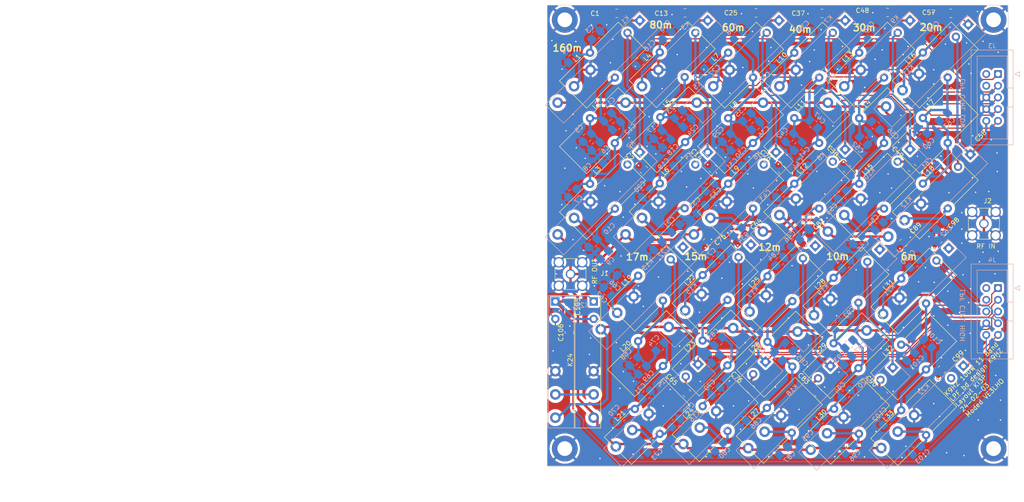
<source format=kicad_pcb>
(kicad_pcb (version 20240108) (generator "pcbnew") (generator_version "8.0")
  (layers (0 "F.Cu" signal) (1 "In1.Cu" signal) (2 "In2.Cu" signal) (31 "B.Cu" signal) (34 "B.Paste" user) (35 "F.Paste" user) (36 "B.SilkS" user "B.Silkscreen") (37 "F.SilkS" user "F.Silkscreen") (38 "B.Mask" user) (39 "F.Mask" user) (44 "Edge.Cuts" user))
  (net 0 "")
  (net 1 "GND")
  (net 2 "+12V")
  (net 3 "/RF27")
  (net 4 "/RF15")
  (net 5 "/RF7")
  (net 6 "/RF19")
  (net 7 "/RF2")
  (net 8 "/RF11")
  (net 9 "/RF23")
  (net 10 "/RF31")
  (net 11 "/RF35")
  (net 12 "/RF39")
  (net 13 "/RF43")
  (net 14 "/RF12")
  (net 15 "/RF40")
  (net 16 "/RF28")
  (net 17 "/RF16")
  (net 18 "/RF3")
  (net 19 "/RF8")
  (net 20 "/RF20")
  (net 21 "/RF24")
  (net 22 "/RF32")
  (net 23 "/RF36")
  (net 24 "/RF44")
  (net 25 "/RF17")
  (net 26 "/RF4")
  (net 27 "/RF9")
  (net 28 "/RF37")
  (net 29 "/RF25")
  (net 30 "/RF33")
  (net 31 "/RF13")
  (net 32 "/RF21")
  (net 33 "/RF41")
  (net 34 "/RF45")
  (net 35 "/RF29")
  (net 36 "/RF30")
  (net 37 "/RF5")
  (net 38 "/RF10")
  (net 39 "/RF14")
  (net 40 "/RF18")
  (net 41 "/RF22")
  (net 42 "/RF26")
  (net 43 "/RF34")
  (net 44 "/RF38")
  (net 45 "/RF42")
  (net 46 "/RF46")
  (net 47 "/RF1")
  (net 48 "/RF6")
  (net 49 "/RF47")
  (net 50 "/B160M")
  (net 51 "/B80M")
  (net 52 "/B60M")
  (net 53 "/B40M")
  (net 54 "/B30M")
  (net 55 "/B20M")
  (net 56 "/B17M")
  (net 57 "/B15M")
  (net 58 "/B12M")
  (net 59 "/B10M")
  (net 60 "/B6M")
  (net 61 "/BNF")
  (footprint "T41_Library:T68-6-toroid-vertical" (layer "F.Cu") (at 187.405923 130.205923 45)
    (property "Reference" "L21")
    (property "Value" "0.519uH")
  )
  (footprint "T41_Library:C_1206_0805_Dual" (layer "F.Cu") (at 253.991271 121.626612 45)
    (property "Reference" "C99")
    (property "Value" "0.1uF 50V")
  )
  (footprint "T41_Library:C_1206_0805_Dual" (layer "F.Cu") (at 204.362165 78.104906 -45)
    (property "Reference" "C14")
    (property "Value" "0.1uF 50V")
  )
  (footprint "T41_Library:C_1206_0805_Dual" (layer "F.Cu") (at 212.589271 125.944612 -45)
    (property "Reference" "C76")
    (property "Value" "0.1uF 50V")
  )
  (footprint "T41_Library:C_1206_0805_Dual" (layer "F.Cu") (at 203.033794 94.066206 45)
    (property "Reference" "C75")
    (property "Value" "0.1uF 50V")
  )
  (footprint "T41_Library:T68-6-toroid-vertical" (layer "F.Cu") (at 202.090755 115.361769 45)
    (property "Reference" "L23")
    (property "Value" "0.406uH")
  )
  (footprint "T41_Library:C_1206_0805_Dual" (layer "F.Cu") (at 189.357 78.331923 -45)
    (property "Reference" "C2")
    (property "Value" "0.1uF 50V")
  )
  (footprint "MountingHole:MountingHole_3.2mm_M3_DIN965_Pad" (layer "F.Cu") (at 265.2 138.8)
    (property "Reference" "H2" (hide yes))
    (property "Value" "~")
  )
  (footprint "T41_Library:C_1206_0805_Dual" (layer "F.Cu") (at 219.289909 78.331923 -45)
    (property "Reference" "C26")
    (property "Value" "0.1uF 50V")
  )
  (footprint "MountingHole:MountingHole_3.2mm_M3_DIN965_Pad" (layer "F.Cu") (at 172.2 138.8)
    (property "Reference" "H1" (hide yes))
    (property "Value" "~")
  )
  (footprint "T41_Library:T68-6-toroid-vertical" (layer "F.Cu") (at 245.170832 130.474769 45)
    (property "Reference" "L33")
    (property "Value" "0.188uH")
  )
  (footprint "T41_Library:C_1206_0805_Dual" (layer "F.Cu") (at 258.221564 73.247633 45)
    (property "Reference" "C58")
    (property "Value" "0.1uF 50V")
  )
  (footprint "T41_Library:C_1206_0805_Dual" (layer "F.Cu") (at 224.4 93.3 45)
    (property "Reference" "C82")
    (property "Value" "0.1uF 50V")
  )
  (footprint "T41_Library:C_1206_0805_Dual" (layer "F.Cu") (at 233.435909 78.104906 -45)
    (property "Reference" "C38")
    (property "Value" "0.1uF 50V")
  )
  (footprint "T41_Library:T68-6-toroid-vertical" (layer "F.Cu") (at 230.496177 115.957475 45)
    (property "Reference" "L29")
    (property "Value" "0.305uH")
  )
  (footprint "T41_Library:T68-6-toroid-vertical" (layer "F.Cu") (at 221.983986 81.352846 45)
    (property "Reference" "L12")
    (property "Value" "1.34uH")
  )
  (footprint "T41_Library:C_1206_0805_Dual" (layer "F.Cu") (at 198.7 126.8 -45)
    (property "Reference" "C65")
    (property "Value" "0.1uF 50V")
  )
  (footprint "T41_Library:T68-6-toroid-vertical" (layer "F.Cu") (at 207.632986 81.352846 45)
    (property "Reference" "L9")
    (property "Value" "1.76uH")
  )
  (footprint "Connector_Coaxial:SMA_Amphenol_901-144_Vertical" (layer "F.Cu") (at 173.442909 100.937923)
    (property "Reference" "J1")
    (property "Value" "RF interconnect")
  )
  (footprint "T41_Library:C_1206_0805_Dual" (layer "F.Cu") (at 210.533794 93.266206 45)
    (property "Reference" "C64")
    (property "Value" "0.1uF 50V")
  )
  (footprint "T41_Library:T68-6-toroid-vertical" (layer "F.Cu") (at 177.673 81.379923 45)
    (property "Reference" "L3")
    (property "Value" "5.21uH")
  )
  (footprint "T41_Library:C_1206_0805_Dual" (layer "F.Cu") (at 227.975 44.4 180)
    (property "Reference" "C37")
    (property "Value" "0.1uF 50V")
  )
  (footprint "T41_Library:T68-6-toroid-vertical" (layer "F.Cu") (at 207.620909 67.128846 45)
    (property "Reference" "L8")
    (property "Value" "1.60uH")
  )
  (footprint "T41_Library:C_1206_0805_Dual" (layer "F.Cu") (at 247.533794 77.933794 -45)
    (property "Reference" "C49")
    (property "Value" "0.1uF 50V")
  )
  (footprint "MountingHole:MountingHole_3.2mm_M3_DIN965_Pad" (layer "F.Cu") (at 265.2 45.8)
    (property "Reference" "H4" (hide yes))
    (property "Value" "~")
  )
  (footprint "T41_Library:T68-6-toroid-vertical" (layer "F.Cu") (at 192.805259 52.832 45)
    (property "Reference" "L4")
    (property "Value" "2.68uH")
  )
  (footprint "Connector_Coaxial:SMA_Amphenol_901-144_Vertical" (layer "F.Cu") (at 263.104909 90.015923)
    (property "Reference" "J2")
    (property "Value" "RF interconnect")
  )
  (footprint "T41_Library:T68-6-toroid-vertical" (layer "F.Cu") (at 236.050624 52.931923 45)
    (property "Reference" "L13")
    (property "Value" "0.928uH")
  )
  (footprint "T41_Library:C_1206_0805_Dual" (layer "F.Cu") (at 183.475 44.4 180)
    (property "Reference" "C1")
    (property "Value" "0.1uF 50V")
  )
  (footprint "T41_Library:C_1206_0805_Dual" (layer "F.Cu") (at 173.188909 113.637923 90)
    (property "Reference" "C106")
    (property "Value" "0.1uF 50V")
  )
  (footprint "T41_Library:T68-6-toroid-vertical" (layer "F.Cu") (at 177.673 52.931923 45)
    (property "Reference" "L1")
    (property "Value" "5.21uH")
  )
  (footprint "T41_Library:Relay_SPDT_HF41F12-ZS" (layer "F.Cu") (at 178.4604 106.8908 -90)
    (property "Reference" "K24")
    (property "Value" "HF41F/12-ZS")
  )
  (footprint "T41_Library:T68-6-toroid-vertical" (layer "F.Cu") (at 236.050624 67.128846 45)
    (property "Reference" "L14")
    (property "Value" "0.843uH")
  )
  (footprint "T41_Library:T68-6-toroid-vertical" (layer "F.Cu") (at 207.632986 52.931923 45)
    (property "Reference" "L7")
    (property "Value" "1.76uH")
  )
  (footprint "T41_Library:T68-6-toroid-vertical" (layer "F.Cu") (at 230.496177 101.760552 45)
    (property "Reference" "L28")
    (property "Value" "0.335uH")
  )
  (footprint "T41_Library:C_1206_0805_Dual" (layer "F.Cu") (at 227.163909 126.718923 -45)
    (property "Reference" "C83")
    (property "Value" "0.1uF 50V")
  )
  (footprint "T41_Library:T68-6-toroid-vertical" (layer "F.Cu") (at 192.920182 66.929 45)
    (property "Reference" "L5")
    (property "Value" "2.43uH")
  )
  (footprint "T41_Library:T68-6-toroid-vertical" (layer "F.Cu") (at 202.102832 101.164846 45)
    (property "Reference" "L22")
    (property "Value" "0.447uH")
  )
  (footprint "T41_Library:C_1206_0805_Dual" (layer "F.Cu") (at 213.7 44.3 180)
    (property "Reference" "C25")
    (property "Value" "0.1uF 50V")
  )
  (footprint "T41_Library:T68-6-toroid-vertical" (layer "F.Cu") (at 245.158755 116.250769 45)
    (property "Reference" "L32")
    (property "Value" "0.170uH")
  )
  (footprint "T41_Library:C_1206_0805_Dual" (layer "F.Cu") (at 198.275 44.3 180)
    (property "Reference" "C13")
    (property "Value" "0.1uF 50V")
  )
  (footprint "T41_Library:T68-6-toroid-vertical" (layer "F.Cu") (at 188.10247 101.304157 45)
    (property "Reference" "L19")
    (property "Value" "0.519uH")
  )
  (footprint "T41_Library:T68-6-toroid-vertical" (layer "F.Cu") (at 177.673 67.148 45)
    (property "Reference" "L2")
    (property "Value" "4.73uH")
  )
  (footprint "T41_Library:T68-6-toroid-vertical" (layer "F.Cu") (at 230.611846 130.181475 45)
    (property "Reference" "L30")
    (property "Value" "0.335uH")
  )
  (footprint "T41_Library:C_1206_0805_Dual" (layer "F.Cu") (at 173.188909 108.303923 -90)
    (property "Reference" "C105")
    (property "Value" "0.1uF 50V")
  )
  (footprint "T41_Library:C_1206_0805_Dual" (layer "F.Cu") (at 255.9 44.4 180)
    (property "Reference" "C57")
    (property "Value" "0.1uF 50V")
  )
  (footprint "T41_Library:T68-6-toroid-vertical" (layer "F.Cu") (at 249.866547 52.90065 45)
    (property "Reference" "L16")
    (property "Value" "0.670uH")
  )
  (footprint "T41_Library:T68-6-toroid-vertical" (layer "F.Cu") (at 249.866547 81.321573 45)
    (property "Reference" "L18")
    (property "Value" "0.670uH")
  )
  (footprint "T41_Library:C_1206_0805_Dual" (layer "F.Cu") (at 253.229271 93.432612 45)
    (property "Reference" "C98")
    (property "Value" "0.1uF 50V")
  )
  (footprint "T41_Library:C_1206_0805_Dual" (layer "F.Cu") (at 245.633794 94.166206 45)
    (property "Reference" "C89")
    (property "Value" "0.1uF 50V")
  )
  (footprint "T41_Library:T68-6-toroid-vertical" (layer "F.Cu") (at 221.983986 52.931923 45)
    (property "Reference" "L10")
    (property "Value" "1.34uH")
  )
  (footprint "T41_Library:T68-6-toroid-vertical" (layer "F.Cu") (at 216.030393 129.97908 45)
    (property "Reference" "L27")
    (property "Value" "0.337uH")
  )
  (footprint "T41_Library:T68-6-toroid-vertical" (layer "F.Cu") (at 216.16947 101.431157 45)
    (property "Reference" "L25")
    (property "Value" "0.337uH")
  )
  (footprint "T41_Library:T68-6-toroid-vertical" (layer "F.Cu") (at 221.971909 67.128846 45)
    (property "Reference" "L11")
    (property "Value" "1.22uH")
  )
  (footprint "T41_Library:T68-6-toroid-vertical" (layer "F.Cu") (at 188.10247 115.50108 45)
    (property "Reference" "L20")
    (property "Value" "0.471uH")
  )
  (footprint "T41_Library:C_1206_0805_Dual" (layer "F.Cu") (at 241.475616 127.302318 -45)
    (property "Reference" "C90")
    (property "Value" "0.1uF 50V")
  )
  (footprint "T41_Library:T68-6-toroid-vertical" (layer "F.Cu") (at 192.805259 81.28 45)
    (property "Reference" "L6")
    (property "Value" "2.68uH")
  )
  (footprint "MountingHole:MountingHole_3.2mm_M3_DIN965_Pad" (layer "F.Cu") (at 172.2 45.8)
    (property "Reference" "H3" (hide yes))
    (property "Value" "~")
  )
  (footprint "T41_Library:T68-6-toroid-vertical" (layer "F.Cu") (at 249.866547 67.097573 45)
    (property "Reference" "L17")
    (property "Value" "0.608uH")
  )
  (footprint "T41_Library:T68-6-toroid-vertical" (layer "F.Cu") (at 236.038547 81.352846 45)
    (property "Reference" "L15")
    (property "Value" "0.928uH")
  )
  (footprint "T41_Library:T68-6-toroid-vertical" (layer "F.Cu") (at 202.105923 129.605923 45)
    (property "Reference" "L24")
    (property "Value" "0.447uH")
  )
  (footprint "T41_Library:C_1206_0805_Dual" (layer "F.Cu") (at 242.2 44.2 180)
    (property "Reference" "C48")
    (property "Value" "0.1uF 50V")
  )
  (footprint "T41_Library:T68-6-toroid-vertical" (layer "F.Cu") (at 245.170832 101.926846 45)
    (property "Reference" "L31")
    (property "Value" "0.188uH")
  )
  (footprint "T41_Library:T68-6-toroid-vertical" (layer "F.Cu") (at 216.157393 115.62808 45)
    (property "Reference" "L26")
    (property "Value" "0.342uH")
  )
  (footprint "T41_Library:C_1206_0805_Dual" (layer "B.Cu") (at 201.733794 86.866206 45)
    (property "Reference" "C33")
    (property "Value" "470pF 100V")
  )
  (footprint "T41_Library:C_1206_0805_Dual" (layer "B.Cu") (at 178.943 49.121923 -135)
    (property "Reference" "C3")
    (property "Value" "150pF 100V")
  )
  (footprint "T41_Library:Relay_SPDT_HF41F12-ZS" (layer "B.Cu") (at 229.800547 120.889234 -135)
    (property "Reference" "K18")
    (property "Value" "HF41F/12-ZS")
  )
  (footprint "T41_Library:C_1206_0805_Dual" (layer "B.Cu") (at 231.633794 112.066206 -135)
    (property "Reference" "C92")
    (property "Value" "82pF 100V")
  )
  (footprint "T41_Library:C_1206_0805_Dual" (layer "B.Cu") (at 184.433794 132.066206 45)
    (property "Reference" "C70")
    (property "Value" "100pF 100V")
  )
  (footprint "T41_Library:Relay_SPDT_HF41F12-ZS" (layer "B.Cu") (at 215.733909 119.987923 -135)
    (property "Reference" "K16")
    (property "Value" "HF41F/12-ZS")
  )
  (footprint "T41_Library:C_1206_0805_Dual" (layer "B.Cu") (at 218.821 98.171 -135)
    (property "Reference" "C84")
    (property "Value" "120pF 100V")
  )
  (footprint "T41_Library:C_1206_0805_Dual" (layer "B.Cu") (at 205.573909 138.402923 45)
    (property "Reference" "C80")
    (property "Value" "150pF 100V")
  )
  (footprint "T41_Library:Relay_SPDT_HF41F12-ZS" (layer "B.Cu") (at 243.350254 121.218629 -135)
    (property "Reference" "K20")
    (property "Value" "HF41F/12-ZS")
  )
  (footprint "T41_Library:C_1206_0805_Dual" (layer "B.Cu") (at 209.129909 73.251923 45)
    (property "Reference" "C30")
    (property "Value" "56pF 100V")
  )
  (footprint "T41_Library:C_1206_0805_Dual" (layer "B.Cu") (at 220.940909 71.346923 45)
    (property "Reference" "C42")
    (property "Value" "330pF 100V")
  )
  (footprint "T41_Library:C_1206_0805_Dual" (layer "B.Cu") (at 219.640547 139.304234 45)
    (property "Reference" "C87")
    (property "Value" "120pF 100V")
  )
  (footprint "T41_Library:C_1206_0805_Dual" (layer "B.Cu") (at 189.866206 127.133794 -135)
    (property "Reference" "C71")
    (property "Value" "150pF 100V")
  )
  (footprint "T41_Library:C_1206_0805_Dual" (layer "B.Cu") (at 213.574909 68.806923 -135)
    (property "Reference" "C36")
    (property "Value" "60pF 100V")
  )
  (footprint "T41_Library:Relay_SPDT_HF41F12-ZS" (layer "B.Cu") (at 247.072547 45.946923 -135)
    (property "Reference" "K9")
    (property "Value" "HF41F/12-ZS")
  )
  (footprint "T41_Library:Relay_SPDT_HF41F12-ZS" (layer "B.Cu") (at 188.468 45.946923 -135)
    (property "Reference" "K1")
    (property "Value" "HF41F/12-ZS")
  )
  (footprint "T41_Library:C_1206_0805_Dual" (layer "B.Cu") (at 198.747182 68.171923 -135)
    (property "Reference" "C24")
    (property "Value" "47pF 100V")
  )
  (footprint "T41_Library:Relay_SPDT_HF41F12-ZS" (layer "B.Cu") (at 260.159411 74.992786 -135)
    (property "Reference" "K12")
    (property "Value" "HF41F/12-ZS")
  )
  (footprint "T41_Library:C_1206_0805_Dual" (layer "B.Cu") (at 181.483 104.7242 -45)
    (property "Reference" "C67")
    (property "Value" "82pF 100V")
  )
  (footprint "Connector_IDC:IDC-Header_2x05_P2.54mm_Vertical" (layer "B.Cu") (at 266.152909 103.985923 180)
    (property "Reference" "J4")
    (property "Value" "LPF CTRL HI")
  )
  (footprint "T41_Library:C_1206_0805_Dual" (layer "B.Cu") (at 178.943 73.251923 45)
    (property "Reference" "C6")
    (property "Value" "330pF 100V")
  )
  (footprint "T41_Library:C_1206_0805_Dual" (layer "B.Cu") (at 227.475254 132.648629 45)
    (property "Reference" "C95")
    (property "Value" "82pF 100V")
  )
  (footprint "T41_Library:C_1206_0805_Dual" (layer "B.Cu") (at 237 72 135)
    (property "Reference" "C52")
    (property "Value" "470pF 100V")
  )
  (footprint "T41_Library:C_1206_0805_Dual" (layer "B.Cu") (at 180.8 96.8 45)
    (property "Reference" "C9")
    (property "Value" "1500pF 100V")
  )
  (footprint "T41_Library:C_1206_0805_Dual" (layer "B.Cu") (at 204.938909 126.337923 -135)
    (property "Reference" "C79")
    (property "Value" "220pF 100V")
  )
  (footprint "T41_Library:C_1206_0805_Dual" (layer "B.Cu") (at 203.633794 82.066206 45)
    (property "Reference" "C32")
    (property "Value" "330pF 100V")
  )
  (footprint "T41_Library:Relay_SPDT_HF41F12-ZS" (layer "B.Cu") (at 233.005909 73.886923 -135)
    (property "Reference" "K8")
    (property "Value" "HF41F/12-ZS")
  )
  (footprint "T41_Library:C_1206_0805_Dual" (layer "B.Cu") (at 222.845909 73.251923 45)
    (property "Reference" "C41")
    (property "Value" "330pF 100V")
  )
  (footprint "T41_Library:Relay_SPDT_HF41F12-ZS" (layer "B.Cu") (at 258.659909 120.853468 -135)
    (property "Reference" "K22")
    (property "Value" "HF41F/12-ZS")
  )
  (footprint "T41_Library:C_1206_0805_Dual" (layer "B.Cu") (at 219.035909 83.411923 45)
    (property "Reference" "C43")
    (property "Value" "330pF 100V")
  )
  (footprint "T41_Library:C_1206_0805_Dual" (layer "B.Cu") (at 192.843547 116.698234 -135)
    (property "Reference" "C74")
    (property "Value" "39pF 100V")
  )
  (footprint "T41_Library:C_1206_0805_Dual" (layer "B.Cu") (at 233.6 119.7 45)
    (property "Reference" "C93")
    (property "Value" "82pF 100V")
  )
  (footprint "T41_Library:C_1206_0805_Dual" (layer "B.Cu") (at 183.388 68.806923 -135)
    (property "Reference" "C12")
    (property "Value" "47pF 100V")
  )
  (footprint "T41_Library:Relay_SPDT_HF41F12-ZS" (layer "B.Cu") (at 188.468 74.521923 -135)
    (property "Reference" "K2")
    (property "Value" "HF41F/12-ZS")
  )
  (footprint "T41_Library:C_1206_0805_Dual" (layer "B.Cu") (at 188.587182 54.836923 45)
    (property "Reference" "C16")
    (property "Value" "470pF 100V")
  )
  (footprint "T41_Library:C_1206_0805_Dual" (layer "B.Cu") (at 247.229909 118.844923 45)
    (property "Reference" "C101")
    (property "Value" "91pF 100V")
  )
  (footprint "Connector_IDC:IDC-Header_2x05_P2.54mm_Vertical" (layer "B.Cu") (at 266.152909 57.56 180)
    (property "Reference" "J3")
    (property "Value" "LPF CTRL LOW")
  )
  (footprint "T41_Library:C_1206_0805_Dual" (layer "B.Cu") (at 233.190254 126.933629 -135)
    (property "Reference" "C94")
    (property "Value" "82pF 100V")
  )
  (footprint "T41_Library:C_1206_0805_Dual" (layer "B.Cu") (at 178.308 94.206923 45)
    (property "Reference" "C10")
    (property "Value" "150pF 100V")
  )
  (footprint "T41_Library:C_1206_0805_Dual" (layer "B.Cu") (at 254.311547 66.87065 45)
    (property "Reference" "C63")
    (property "Value" "47pF 100V")
  )
  (footprint "T41_Library:Relay_SPDT_HF41F12-ZS" (layer "B.Cu") (at 226.528909 94.841923 -135)
    (property "Reference" "K17")
    (property "Value" "HF41F/12-ZS")
  )
  (footprint "T41_Library:C_1206_0805_Dual" (layer "B.Cu") (at 205.477271 115.530612 -135)
    (property "Reference" "C81")
    (property "Value" "33pF 100V")
  )
  (footprint "T41_Library:C_1206_0805_Dual" (layer "B.Cu") (at 250.9 116 135)
    (property "Reference" "C104")
    (property "Value" "14pF 100V")
  )
  (footprint "T41_Library:C_1206_0805_Dual" (layer "B.Cu") (at 232.467547 55.471923 45)
    (property "Reference" "C51")
    (property "Value" "150pF 100V")
  )
  (footprint "T41_Library:C_1206_0805_Dual" (layer "B.Cu") (at 205.0542 97.8154 -135)
    (property "Reference" "C77")
    (property "Value" "150pF 100V")
  )
  (footprint "T41_Library:Relay_SPDT_HF41F12-ZS" (layer "B.Cu") (at 218.019909 74.521923 -135)
    (property "Reference" "K6")
    (property "Value" "HF41F/12-ZS")
  )
  (footprint "T41_Library:C_1206_0805_Dual" (layer "B.Cu") (at 173.863 54.201923 45)
    (property "Reference" "C4")
    (property "Value" "1500pF 100V")
  )
  (footprint "T41_Library:C_1206_0805_Dual" (layer "B.Cu") (at 220.833794 116.733794 135)
    (property "Reference" "C85")
    (property "Value" "180pF 100V")
  )
  (footprint "T41_Library:C_1206_0805_Dual" (layer "B.Cu") (at 249.866547 71.31565 45)
    (property "Reference" "C60")
    (property "Value" "330pF 100V")
  )
  (footprint "T41_Library:Relay_SPDT_HF41F12-ZS" (layer "B.Cu") (at 170.1546 106.8908 -90)
    (property "Reference" "K23")
    (property "Value" "HF41F/12-ZS")
  )
  (footprint "T41_Library:C_1206_0805_Dual" (layer "B.Cu") (at 209.764909 78.331923 -135)
    (property "Reference" "C31")
    (property "Value" "56pF 100V")
  )
  (footprint "T41_Library:C_1206_0805_Dual" (layer "B.Cu") (at 209.764909 49.121923 -135)
    (property "Reference" "C28")
    (property "Value" "470pF 100V")
  )
  (footprint "T41_Library:C_1206_0805_Dual" (layer "B.Cu") (at 226.133794 68.433794 135)
    (property "Reference" "C47")
    (property "Value" "100pF 100V")
  )
  (footprint "T41_Library:C_1206_0805_Dual" (layer "B.Cu") (at 196.266206 133.233794 -135)
    (property "Reference" "C72")
    (property "Value" "82pF 100V")
  )
  (footprint "T41_Library:C_1206_0805_Dual" (layer "B.Cu") (at 218.400909 55.471923 45)
    (property "Reference" "C40")
    (property "Value" "100pF 100V")
  )
  (footprint "T41_Library:Relay_SPDT_HF41F12-ZS" (layer "B.Cu") (at 240.498909 95.603923 -135)
    (property "Reference" "K19")
    (property "Value" "HF41F/12-ZS")
  )
  (footprint "T41_Library:C_1206_0805_Dual" (layer "B.Cu") (at 238.817547 49.121923 -135)
    (property "Reference" "C50")
    (property "Value" "150pF 100V")
  )
  (footprint "T41_Library:C_1206_0805_Dual" (layer "B.Cu") (at 207.224909 71.346923 45)
    (property "Reference" "C29")
    (property "Value" "330pF 100V")
  )
  (footprint "T41_Library:C_1206_0805_Dual" (layer "B.Cu") (at 194.302182 72.616923 45)
    (property "Reference" "C18")
    (property "Value" "100pF 100V")
  )
  (footprint "T41_Library:C_1206_0805_Dual" (layer "B.Cu") (at 224.750909 49.121923 -135)
    (property "Reference" "C39")
    (property "Value" "330pF 100V")
  )
  (footprint "T41_Library:C_1206_0805_Dual" (layer "B.Cu") (at 253.676547 90.36565 45)
    (property "Reference" "C62")
    (property "Value" "220pF 100V")
  )
  (footprint "T41_Library:C_1206_0805_Dual" (layer "B.Cu") (at 211.669909 66.901923 -135)
    (property "Reference" "C35")
    (property "Value" "68pF 100V")
  )
  (footprint "T41_Library:C_1206_0805_Dual" (layer "B.Cu") (at 218.5 118.8 135)
    (property "Reference" "C88")
    (property "Value" "27pF 100V")
  )
  (footprint "T41_Library:C_1206_0805_Dual" (layer "B.Cu") (at 181.483 66.901923 -135)
    (property "Reference" "C11")
    (property "Value" "330pF 100V")
  )
  (footprint "T41_Library:C_1206_0805_Dual" (layer "B.Cu") (at 240.4 90.6 -135)
    (property "Reference" "C54")
    (property "Value" "150pF 100V")
  )
  (footprint "T41_Library:Relay_SPDT_HF41F12-ZS" (layer "B.Cu") (at 203.192182 45.946923 -135)
    (property "Reference" "K3")
    (property "Value" "HF41F/12-ZS")
  )
  (footprint "T41_Library:C_1206_0805_Dual" (layer "B.Cu") (at 179.578 77.696923 -135)
    (property "Reference" "C8")
    (property "Value" "2200pF 100V")
  )
  (footprint "T41_Library:C_1206_0805_Dual" (layer "B.Cu") (at 242.149909 132.814923 45)
    (property "Reference" "C102")
    (property "Value" "91pF 100V")
  )
  (footprint "T41_Library:Relay_SPDT_HF41F12-ZS" (layer "B.Cu") (at 218.654909 45.946923 -135)
    (property "Reference" "K5")
    (property "Value" "HF41F/12-ZS")
  )
  (footprint "T41_Library:C_1206_0805_Dual" (layer "B.Cu") (at 190.933794 138.766206 45)
    (property "Reference" "C73")
    (property "Value" "82pF 100V")
  )
  (footprint "T41_Library:C_1206_0805_Dual" (layer "B.Cu") (at 222.210909 94.206923 45)
    (property "Reference" "C46")
    (property "Value" "330pF 100V")
  )
  (footprint "T41_Library:C_1206_0805_Dual" (layer "B.Cu") (at 233.825254 138.998629 45)
    (property "Reference" "C96")
    (property "Value" "100pF 100V")
  )
  (footprint "T41_Library:C_1206_0805_Dual" (layer "B.Cu") (at 189.857182 83.411923 45)
    (property "Reference" "C20")
    (property "Value" "1200pF 100V")
  )
  (footprint "T41_Library:Relay_SPDT_HF41F12-ZS" (layer "B.Cu") (at 247.072547 73.886923 -135)
    (property "Reference" "K10")
    (property "Value" "HF41F/12-ZS")
  )
  (footprint "T41_Library:C_1206_0805_Dual" (layer "B.Cu") (at 189.033547 121.778234 45)
    (property "Reference" "C69")
    (property "Value" "100pF 100V")
  )
  (footprint "T41_Library:C_1206_0805_Dual" (layer "B.Cu") (at 184.404 102.108 -45)
    (property "Reference" "C66")
    (property "Value" "82pF 100V")
  )
  (footprint "T41_Library:Relay_SPDT_HF41F12-ZS" (layer "B.Cu") (at 255.484909 95.349923 -135)
    (property "Reference" "K21")
    (property "Value" "HF41F/12-ZS")
  )
  (footprint "T41_Library:C_1206_0805_Dual" (layer "B.Cu") (at 233.825254 116.138629 -135)
    (property "Reference" "C97")
    (property "Value" "27pF 100V")
  )
  (footprint "T41_Library:Relay_SPDT_HF41F12-ZS" (layer "B.Cu") (at 259.7 46.8 -135)
    (property "Reference" "K11")
    (property "Value" "HF41F/12-ZS")
  )
  (footprint "T41_Library:C_1206_0805_Dual" (layer "B.Cu") (at 239.633794 68.733794 135)
    (property "Reference" "C56")
    (property "Value" "68pF 100V")
  )
  (footprint "T41_Library:C_1206_0805_Dual" (layer "B.Cu") (at 187.128547 119.873234 45)
    (property "Reference" "C68")
    (property "Value" "150pF 100V")
  )
  (footprint "T41_Library:C_1206_0805_Dual" (layer "B.Cu") (at 196.842182 66.266923 -135)
    (property "Reference" "C23")
    (property "Value" "150pF 100V")
  )
  (footprint "T41_Library:C_1206_0805_Dual" (layer "B.Cu") (at 232.4 83.8 45)
    (property "Reference" "C53")
    (property "Value" "470pF 100V")
  )
  (footprint "T41_Library:C_1206_0805_Dual" (layer "B.Cu") (at 226.020909 90.396923 -135)
    (property "Reference" "C45")
    (property "Value" "100pF 100V")
  )
  (footprint "T41_Library:C_1206_0805_Dual" (layer "B.Cu") (at 194.302182 49.121923 -135)
    (property "Reference" "C15")
    (property "Value" "390pF 100V")
  )
  (footprint "T41_Library:C_1206_0805_Dual" (layer "B.Cu") (at 192.397182 70.711923 45)
    (property "Reference" "C17")
    (property "Value" "1200pF 100V")
  )
  (footprint "T41_Library:C_1206_0805_Dual" (layer "B.Cu") (at 212.433794 131.866206 45)
    (property "Reference" "C86")
    (property "Value" "180pF 100V")
  )
  (footprint "T41_Library:C_1206_0805_Dual" (layer "B.Cu") (at 209.6 91.766206 45)
    (property "Reference" "C34")
    (property "Value" "560pF 100V")
  )
  (footprint "T41_Library:C_1206_0805_Dual" (layer "B.Cu") (at 233.172 98.8314 -135)
    (property "Reference" "C91")
    (property "Value" "100pF 100V")
  )
  (footprint "T41_Library:C_1206_0805_Dual" (layer "B.Cu") (at 173.863 83.411923 45)
    (property "Reference" "C7")
    (property "Value" "330pF 100V")
  )
  (footprint "T41_Library:C_1206_0805_Dual" (layer "B.Cu") (at 252.133794 78.266206 -135)
    (property "Reference" "C61")
    (property "Value" "330pF 100V")
  )
  (footprint "T41_Library:C_1206_0805_Dual" (layer "B.Cu") (at 194.937182 78.331923 -135)
    (property "Reference" "C19")
    (property "Value" "100pF 100V")
  )
  (footprint "T41_Library:Relay_SPDT_HF41F12-ZS" (layer "B.Cu") (at 203.192182 74.521923 -135)
    (property "Reference" "K4")
    (property "Value" "HF41F/12-ZS")
  )
  (footprint "T41_Library:C_1206_0805_Dual" (layer "B.Cu") (at 177.038 71.346923 45)
    (property "Reference" "C5")
    (property "Value" "2200pF 100V")
  )
  (footprint "T41_Library:C_1206_0805_Dual" (layer "B.Cu") (at 248.499909 139.164923 45)
    (property "Reference" "C103")
    (property "Value" "60pF 100V")
  )
  (footprint "T41_Library:C_1206_0805_Dual" (layer "B.Cu") (at 235.642547 93.571923 45)
    (property "Reference" "C55")
    (property "Value" "150pF 100V")
  )
  (footprint "T41_Library:Relay_SPDT_HF41F12-ZS" (layer "B.Cu") (at 201.098547 120.508234 -135)
    (property "Reference" "K14")
    (property "Value" "HF41F/12-ZS")
  )
  (footprint "T41_Library:C_1206_0805_Dual" (layer "B.Cu") (at 196.207182 91.031923 -135)
    (property "Reference" "C21")
    (property "Value" "470pF 100V")
  )
  (footprint "T41_Library:C_1206_0805_Dual" (layer "B.Cu") (at 253.041547 49.09065 -135)
    (property "Reference" "C59")
    (property "Value" "220pF 100V")
  )
  (footprint "T41_Library:Relay_SPDT_HF41F12-ZS" (layer "B.Cu") (at 212.558909 94.587923 -135)
    (property "Reference" "K15")
    (property "Value" "HF41F/12-ZS")
  )
  (footprint "T41_Library:C_1206_0805_Dual" (layer "B.Cu") (at 204.938909 119.352923 45)
    (property "Reference" "C78")
    (property "Value" "220pF 100V")
  )
  (footprint "T41_Library:Relay_SPDT_HF41F12-ZS" (layer "B.Cu") (at 197.826909 95.095923 -135)
    (property "Reference" "K13")
    (property "Value" "HF41F/12-ZS")
  )
  (footprint "T41_Library:C_1206_0805_Dual" (layer "B.Cu") (at 224.115909 78.331923 -135)
    (property "Reference" "C44")
    (property "Value" "330pF 100V")
  )
  (footprint "T41_Library:C_1206_0805_Dual" (layer "B.Cu") (at 203.414909 55.471923 45)
    (property "Reference" "C27")
    (property "Value" "560pF 100V")
  )
  (footprint "T41_Library:C_1206_0805_Dual" (layer "B.Cu") (at 247.9548 98.6028 -135)
    (property "Reference" "C100")
    (property "Value" "60pF 100V")
  )
  (footprint "T41_Library:Relay_SPDT_HF41F12-ZS" (layer "B.Cu") (at 233.005909 45.946923 -135)
    (property "Reference" "K7")
    (property "Value" "HF41F/12-ZS")
  )
  (footprint "T41_Library:C_1206_0805_Dual" (layer "B.Cu") (at 192.397182 94.841923 45)
    (property "Reference" "C22")
    (property "Value" "390pF 100V")
  )
  (gr_rect (start 168.383909 42.606923) (end 268.383909 142.606923) (stroke (width 0.1)) (fill none) (layer "Edge.Cuts"))
  (gr_text "LPF CTRL LOW" (at 259.08 58.42 90) (layer "B.SilkS") (effects (font (size 1 1)) (justify left bottom mirror)))
  (gr_text "LPF CTRL HIGH" (at 259.08 104.14 90) (layer "B.SilkS") (effects (font (size 1 1)) (justify left bottom mirror)))
  (gr_text "K9HZ 100W 11 Band \nLPF bd design K9HZ\nLayout KI3P \n24-02-03\nModed VE3LHO" (at 259.7 132.2 45) (layer "F.SilkS") (effects (font (size 1 1)) (justify left bottom)))
  (gr_text "30m" (at 234.5 48.4 0) (layer "F.SilkS") (effects (font (size 1.5 1.5) (thickness 0.3) (bold yes)) (justify left bottom)))
  (gr_text "6m" (at 244.9 98 0) (layer "F.SilkS") (effects (font (size 1.5 1.5) (thickness 0.3) (bold yes)) (justify left bottom)))
  (gr_text "RF OUT" (at 179.284909 103.223923 90) (layer "F.SilkS") (effects (font (size 1 1)) (justify left bottom)))
  (gr_text "40m" (at 220.65 48.75 0) (layer "F.SilkS") (effects (font (size 1.5 1.5) (thickness 0.3) (bold yes)) (justify left bottom)))
  (gr_text "10m" (at 228.75 98 0) (layer "F.SilkS") (effects (font (size 1.5 1.5) (thickness 0.3) (bold yes)) (justify left bottom)))
  (gr_text "160m" (at 169.4 52.8 0) (layer "F.SilkS") (effects (font (size 1.5 1.5) (thickness 0.3) (bold yes)) (justify left bottom)))
  (gr_text "60m" (at 206.108986 48.359923 0) (layer "F.SilkS") (effects (font (size 1.5 1.5) (thickness 0.3) (bold yes)) (justify left bottom)))
  (gr_text "12m" (at 214 96 0) (layer "F.SilkS") (effects (font (size 1.5 1.5) (thickness 0.3) (bold yes)) (justify left bottom)))
  (gr_text "80m" (at 190.388063 47.779077 0) (layer "F.SilkS") (effects (font (size 1.5 1.5) (thickness 0.3) (bold yes)) (justify left bottom)))
  (gr_text "15m" (at 198 98 0) (layer "F.SilkS") (effects (font (size 1.5 1.5) (thickness 0.3) (bold yes)) (justify left bottom)))
  (gr_text "RF IN" (at 261.366 95.504 0) (layer "F.SilkS") (effects (font (size 1 1)) (justify left bottom)))
  (gr_text "17m" (at 185.3 98.1 0) (layer "F.SilkS") (effects (font (size 1.5 1.5) (thickness 0.3) (bold yes)) (justify left bottom)))
  (gr_text "20m" (at 249 48.3 0) (layer "F.SilkS") (effects (font (size 1.5 1.5) (thickness 0.3) (bold yes)) (justify left bottom)))
  (segment (start 173.188909 109.778923) (end 173.188909 112.162923) (width 0.25) (layer "F.Cu") (net 1))
  (via (at 240.538 83.312) (size 0.5) (drill 0.3) (layers "F.Cu" "B.Cu") (net 1))
  (via (at 266.7 128.3) (size 0.5) (drill 0.3) (layers "F.Cu" "B.Cu") (net 1))
  (via (at 210.82 56.134) (size 0.5) (drill 0.3) (layers "F.Cu" "B.Cu") (net 1))
  (via (at 253.492 131.826) (size 0.5) (drill 0.3) (layers "F.Cu" "B.Cu") (net 1))
  (via (at 241.3762 75.5396) (size 0.5) (drill 0.3) (layers "F.Cu" "B.Cu") (net 1))
  (via (at 216.4334 54.7624) (size 0.5) (drill 0.3) (layers "F.Cu" "B.Cu") (net 1))
  (via (at 229.0572 88.773) (size 0.5) (drill 0.3) (layers "F.Cu" "B.Cu") (net 1))
  (via (at 202.8698 140.5382) (size 0.5) (drill 0.3) (layers "F.Cu" "B.Cu") (net 1))
  (via (at 240.792 117.094) (size 0.5) (drill 0.3) (layers "F.Cu" "B.Cu") (net 1))
  (via (at 184.15 125.73) (size 0.5) (drill 0.3) (layers "F.Cu" "B.Cu") (net 1))
  (via (at 214.7 97.8) (size 0.5) (drill 0.3) (layers "F.Cu" "B.Cu") (net 1))
  (via (at 251.277947 73.522055) (size 0.5) (drill 0.3) (layers "F.Cu" "B.Cu") (net 1))
  (via (at 232.2322 80.6704) (size 0.5) (drill 0.3) (layers "F.Cu" "B.Cu") (net 1))
  (via (at 235.3818 100.0252) (size 0.5) (drill 0.3) (layers "F.Cu" "B.Cu") (net 1))
  (via (at 255.016 139.7) (size 0.5) (drill 0.3) (layers "F.Cu" "B.Cu") (net 1))
  (via (at 192.8622 97.8154) (size 0.5) (drill 0.3) (layers "F.Cu" "B.Cu") (net 1))
  (via (at 245.3 140.7) (size 0.5) (drill 0.3) (layers "F.Cu" "B.Cu") (net 1))
  (via (at 228.092 114.554) (size 0.5) (drill 0.3) (layers "F.Cu" "B.Cu") (net 1))
  (via (at 260.604 80.01) (size 0.5) (drill 0.3) (layers "F.Cu" "B.Cu") (net 1))
  (via (at 266.5 118.8) (size 0.5) (drill 0.3) (layers "F.Cu" "B.Cu") (net 1))
  (via (at 213.106 82.296) (size 0.5) (drill 0.3) (layers "F.Cu" "B.Cu") (net 1))
  (via (at 197.485 78.6892) (size 0.5) (drill 0.3) (layers "F.Cu" "B.Cu") (net 1))
  (via (at 258.572 126.746) (size 0.5) (drill 0.3) (layers "F.Cu" "B.Cu") (net 1))
  (via (at 243.078 82.296) (size 0.5) (drill 0.3) (layers "F.Cu" "B.Cu") (net 1))
  (via (at 238.6 103.4) (size 0.5) (drill 0.3) (layers "F.Cu" "B.Cu") (net 1))
  (via (at 264.16 83.058) (size 0.5) (drill 0.3) (layers "F.Cu" "B.Cu") (net 1))
  (via (at 176.3 95.8) (size 0.5) (drill 0.3) (layers "F.Cu" "B.Cu") (net 1))
  (via (at 241.046 52.324) (size 0.5) (drill 0.3) (layers "F.Cu" "B.Cu") (net 1))
  (via (at 204 93.4) (size 0.5) (drill 0.3) (layers "F.Cu" "B.Cu") (net 1))
  (via (at 197.5358 75.6412) (size 0.5) (drill 0.3) (layers "F.Cu" "B.Cu") (net 1))
  (via (at 250.5 140.5) (size 0.5) (drill 0.3) (layers "F.Cu" "B.Cu") (net 1))
  (via (at 193.294 60.706) (size 0.5) (drill 0.3) (layers "F.Cu" "B.Cu") (net 1))
  (via (at 260.1 113.8) (size 0.5) (drill 0.3) (layers "F.Cu" "B.Cu") (net 1))
  (via (at 223.012 130.302) (size 0.5) (drill 0.3) (layers "F.Cu" "B.Cu") (net 1))
  (via (at 252.334113 102.734111) (size 0.5) (drill 0.3) (layers "F.Cu" "B.Cu") (net 1))
  (via (at 189.23 107.95) (size 0.5) (drill 0.3) (layers "F.Cu" "B.Cu") (net 1))
  (via (at 208.026 61.722) (size 0.5) (drill 0.3) (layers "F.Cu" "B.Cu") (net 1))
  (via (at 243.4336 126.3396) (size 0.5) (drill 0.3) (layers "F.Cu" "B.Cu") (net 1))
  (via (at 262.128 98.298) (size 0.5) (drill 0.3) (layers "F.Cu" "B.Cu") (net 1))
  (via (at 206.248 101.854) (size 0.5) (drill 0.3) (layers "F.Cu" "B.Cu") (net 1))
  (via (at 245.618 53.34) (size 0.5) (drill 0.3) (layers "F.Cu" "B.Cu") (net 1))
  (via (at 254.762 51.054) (size 0.5) (drill 0.3) (layers "F.Cu" "B.Cu") (net 1))
  (via (at 210.7 103.1) (size 0.5) (drill 0.3) (layers "F.Cu" "B.Cu") (net 1))
  (via (at 184.8866 88.5952) (size 0.5) (drill 0.3) (layers "F.Cu" "B.Cu") (net 1))
  (via (at 249 125.9) (size 0.5) (drill 0.3) (layers "F.Cu" "B.Cu") (net 1))
  (via (at 211.8868 79.2226) (size 0.5) (drill 0.3) (layers "F.Cu" "B.Cu") (net 1))
  (via (at 254 115.316) (size 0.5) (drill 0.3) (layers "F.Cu" "B.Cu") (net 1))
  (via (at 174.7012 73.533) (size 0.5) (drill 0.3) (layers "F.Cu" "B.Cu") (net 1))
  (via (at 265.5 100.9) (size 0.5) (drill 0.3) (layers "F.Cu" "B.Cu") (net 1))
  (via (at 246.1768 138.303) (size 0.5) (drill 0.3) (layers "F.Cu" "B.Cu") (net 1))
  (via (at 177.546 118.364) (size 0.5) (drill 0.3) (layers "F.Cu" "B.Cu") (net 1))
  (via (at 201.422 109.22) (size 0.5) (drill 0.3) (layers "F.Cu" "B.Cu") (net 1))
  (via (at 238.9 71.1) (size 0.5) (drill 0.3) (layers "F.Cu" "B.Cu") (net 1))
  (via (at 253.7714 75.3618) (size 0.5) (drill 0.3) (layers "F.Cu" "B.Cu") (net 1))
  (via (at 231.14 109.982) (size 0.5) (drill 0.3) (layers "F.Cu" "B.Cu") (net 1))
  (via (at 212.9028 48.3362) (size 0.5) (drill 0.3) (layers "F.Cu" "B.Cu") (net 1))
  (via (at 173.99 93.472) (size 0.5) (drill 0.3) (layers "F.Cu" "B.Cu") (net 1))
  (via (at 243.1 88.9) (size 0.5) (drill 0.3) (layers "F.Cu" "B.Cu") (net 1))
  (via (at 262.9 96.2) (size 0.5) (drill 0.3) (layers "F.Cu" "B.Cu") (net 1))
  (via (at 187.3758 85.8012) (size 0.5) (drill 0.3) (layers "F.Cu" "B.Cu") (net 1))
  (via (at 260.3 57.4) (size 0.5) (drill 0.3) (layers "F.Cu" "B.Cu") (net 1))
  (via (at 227.7872 47.9298) (size 0.5) (drill 0.3) (layers "F.Cu" "B.Cu") (net 1))
  (via (at 191.9478 74.8792) (size 0.5) (drill 0.3) (layers "F.Cu" "B.Cu") (net 1))
  (via (at 250.952 62.738) (size 0.5) (drill 0.3) (layers "F.Cu" "B.Cu") (net 1))
  (via (at 266.192 96.012) (size 0.5) (drill 0.3) (layers "F.Cu" "B.Cu") (net 1))
  (via (at 170.4 100.9) (size 0.5) (drill 0.3) (layers "F.Cu" "B.Cu") (net 1))
  (via (at 173.2788 112.2172) (size 0.5) (drill 0.3) (layers "F.Cu" "B.Cu") (net 1))
  (via (at 170.9928 108.8898) (size 0.5) (drill 0.3) (layers "F.Cu" "B.Cu") (net 1))
  (via (at 187.5028 55.9054) (size 0.5) (drill 0.3) (layers "F.Cu" "B.Cu") (net 1))
  (via (at 259.8 107.125923) (size 0.5) (drill 0.3) (layers "F.Cu" "B.Cu") (net 1))
  (via (at 206.248 110.49) (size 0.5) (drill 0.3) (layers "F.Cu" "B.Cu") (net 1))
  (via (at 211.582 120.396) (size 0.5) (drill 0.3) (layers "F.Cu" "B.Cu") (net 1))
  (via (at 216.408 140.5128) (size 0.5) (drill 0.3) (layers "F.Cu" "B.Cu") (net 1))
  (via (at 169.4 50.3) (size 0.5) (drill 0.3) (layers "F.Cu" "B.Cu") (net 1))
  (via (at 192.532 101.6) (size 0.5) (drill 0.3) (layers "F.Cu" "B.Cu") (net 1))
  (via (at 178.6 103.5) (size 0.5) (drill 0.3) (layers "F.Cu" "B.Cu") (net 1))
  (via (at 176.657 75.8444) (size 0.5) (drill 0.3) (layers "F.Cu" "B.Cu") (net 1))
  (via (at 172.212 77.978) (size 0.5) (drill 0.3) (layers "F.Cu" "B.Cu") (net 1))
  (via (at 169.672 117.602) (size 0.5) (drill 0.3) (layers "F.Cu" "B.Cu") (net 1))
  (via (at 187.0964 124.206) (size 0.5) (drill 0.3) (layers "F.Cu" "B.Cu") (net 1))
  (via (at 239.6998 135.0772) (size 0.5) (drill 0.3) (layers "F.Cu" "B.Cu") (net 1))
  (via (at 247.5992 121.3104) (size 0.5) (drill 0.3) (layers "F.Cu" "B.Cu") (net 1))
  (via (at 184.15 83.058) (size 0.5) (drill 0.3) (layers "F.Cu" "B.Cu") (net 1))
  (via (at 198.882 100.33) (size 0.5) (drill 0.3) (layers "F.Cu" "B.Cu") (net 1))
  (via (at 178 46.9) (size 0.5) (drill 0.3) (layers "F.Cu" "B.Cu") (net 1))
  (via (at 233.9 126.2) (size 0.5) (drill 0.3) (layers "F.Cu" "B.Cu") (net 1))
  (via (at 220.726 110.49) (size 0.5) (drill 0.3) (layers "F.Cu" "B.Cu") (net 1))
  (via (at 205.0034 73.533) (size 0.5) (drill 0.3) (layers "F.Cu" "B.Cu") (net 1))
  (via (at 266.7 132.6) (size 0.5) (drill 0.3) (layers "F.Cu" "B.Cu") (net 1))
  (via (at 248.7 75.4) (size 0.5) (drill 0.3) (layers "F.Cu" "B.Cu") (net 1))
  (via (at 180.848 81.788) (size 0.5) (drill 0.3) (layers "F.Cu" "B.Cu") (net 1))
  (via (at 261.874 132.588) (size 0.5) (drill 0.3) (layers "F.Cu" "B.Cu") (net 1))
  (via (at 259.842 55.372) (size 0.5) (drill 0.3) (layers "F.Cu" "B.Cu") (net 1))
  (via (at 237.2 140.6) (size 0.5) (drill 0.3) (layers "F.Cu" "B.Cu") (net 1))
  (via (at 228.6 83.566) (size 0.5) (drill 0.3) (layers "F.Cu" "B.Cu") (net 1))
  (via (at 261.3 83.2) (size 0.5) (drill 0.3) (layers "F.Cu" "B.Cu") (net 1))
  (via (at 259.334 50.8) (size 0.5) (drill 0.3) (layers "F.Cu" "B.Cu") (net 1))
  (via (at 252.222 129.032) (size 0.5) (drill 0.3) (layers "F.Cu" "B.Cu") (net 1))
  (via (at 262.912909 50.457028) (size 0.5) (drill 0.3) (layers "F.Cu" "B.Cu") (net 1))
  (via (at 260.6548 70.9676) (size 0.5) (drill 0.3) (layers "F.Cu" "B.Cu") (net 1))
  (via (at 218.1352 80.645) (size 0.5) (drill 0.3) (layers "F.Cu" "B.Cu") (net 1))
  (via (at 193.0146 124.4854) (size 0.5) (drill 0.3) (layers "F.Cu" "B.Cu") (net 1))
  (via (at 250.444 99.5426) (size 0.5) (drill 0.3) (layers "F.Cu" "B.Cu") (net 1))
  (via (at 260.35 67.818) (size 0.5) (drill 0.3) (layers "F.Cu" "B.Cu") (net 1))
  (via (at 230.378 68.834) (size 0.5) (drill 0.3) (layers "F.Cu" "B.Cu") (net 1))
  (via (at 207.899 124.1298) (size 0.5) (drill 0.3) (layers "F.Cu" "B.Cu") (net 1))
  (via (at 207.9244 98.3742) (size 0.5) (drill 0.3) (layers "F.Cu" "B.Cu") (net 1))
  (via (at 242.316 100.076) (size 0.5) (drill 0.3) (layers "F.Cu" "B.Cu") (net 1))
  (via (at 196.596 53.34) (size 0.5) (drill 0.3) (layers "F.Cu" "B.Cu") (net 1))
  (via (at 212.09 128.4732) (size 0.5) (drill 0.3) (layers "F.Cu" "B.Cu") (net 1))
  (via (at 188.1632 103.4796) (size 0.5) (drill 0.3) (layers "F.Cu" "B.Cu") (net 1))
  (via (at 184.8866 122.0978) (size 0.5) (drill 0.3) (layers "F.Cu" "B.Cu") (net 1))
  (via (at 182.6006 134.2898) (size 0.5) (drill 0.3) (layers "F.Cu" "B.Cu") (net 1))
  (via (at 260.2 104.1) (size 0.5) (drill 0.3) (layers "F.Cu" "B.Cu") (net 1))
  (via (at 255.7526 47.3964) (size 0.5) (drill 0.3) (layers "F.Cu" "B.Cu") (net 1))
  (via (at 265.938 74.676) (size 0.5) (drill 0.3) (layers "F.Cu" "B.Cu") (net 1))
  (via (at 216.2302 85.9028) (size 0.5) (drill 0.3) (layers "F.Cu" "B.Cu") (net 1))
  (via (at 247.142 92.964) (size 0.5) (drill 0.3) (layers "F.Cu" "B.Cu") (net 1))
  (via (at 182.118 55.118) (size 0.5) (drill 0.3) (layers "F.Cu" "B.Cu") (net 1))
  (via (at 236.7026 74.422) (size 0.5) (drill 0.3) (layers "F.Cu" "B.Cu") (net 1))
  (via (at 205.1 79) (size 0.5) (drill 0.3) (layers "F.Cu" "B.Cu") (net 1))
  (via (at 245.11 66.548) (size 0.5) (drill 0.3) (layers "F.Cu" "B.Cu") (net 1))
  (via (at 261.7 44) (size 0.5) (drill 0.3) (layers "F.Cu" "B.Cu") (net 1))
  (via (at 228.5492 125.4506) (size 0.5) (drill 0.3) (layers "F.Cu" "B.Cu") (net 1))
  (via (at 177.8 114.808) (size 0.5) (drill 0.3) (layers "F.Cu" "B.Cu") (net 1))
  (via (at 231.3686 56.4896) (size 0.5) (drill 0.3) (layers "F.Cu" "B.Cu") (net 1))
  (via (at 241.6302 47.6504) (size 0.5) (drill 0.3) (layers "F.Cu" "B.Cu") (net 1))
  (via (at 221.488 99.1362) (size 0.5) (drill 0.3) (layers "F.Cu" "B.Cu") (net 1))
  (via (at 225.298 54.864) (size 0.5) (drill 0.3) (layers "F.Cu" "B.Cu") (net 1))
  (via (at 244.602 72.39) (size 0.5) (drill 0.3) (layers "F.Cu" "B.Cu") (net 1))
  (via (at 211.328 115.824) (size 0.5) (drill 0.3) (layers "F.Cu" "B.Cu") (net 1))
  (via (at 265.684 122.936) (size 0.5) (drill 0.3) (layers "F.Cu" "B.Cu") (net 1))
  (via (at 252.222 59.69) (size 0.5) (drill 0.3) (layers "F.Cu" "B.Cu") (net 1))
  (via (at 258.572 101.092) (size 0.5) (drill 0.3) (layers "F.Cu" "B.Cu") (net 1))
  (via (at 258.318 94.234) (size 0.5) (drill 0.3) (layers "F.Cu" "B.Cu") (net 1))
  (via (at 192.532 140.0302) (size 0.5) (drill 0.3) (layers "F.Cu" "B.Cu") (net 1))
  (via (at 179.832 140.97) (size 0.5) (drill 0.3) (layers "F.Cu" "B.Cu") (net 1))
  (via (at 199.0598 129.3622) (size 0.5) (drill 0.3) (layers "F.Cu" "B.Cu") (net 1))
  (via (at 171.6024 56.4896) (size 0.5) (drill 0.3) (layers "F.Cu" "B.Cu") (net 1))
  (via (at 190.0428 73.2282) (size 0.5) (drill 0.3) (layers "F.Cu" "B.Cu") (net 1))
  (via (at 242.316 79.248) (size 0.5) (drill 0.3) (layers "F.Cu" "B.Cu") (net 1))
  (via (at 182.626 50.038) (size 0.5) (drill 0.3) (layers "F.Cu" "B.Cu") (net 1))
  (via (at 187 140) (size 0.5) (drill 0.3) (layers "F.Cu" "B.Cu") (net 1))
  (via (at 171.5262 85.9028) (size 0.5) (drill 0.3) (layers "F.Cu" "B.Cu") (net 1))
  (via (at 264.7 71.8) (size 0.5) (drill 0.3) (layers "F.Cu" "B.Cu") (net 1))
  (via (at 257.8 109.3) (size 0.5) (drill 0.3) (layers "F.Cu" "B.Cu") (net 1))
  (via (at 201.168 97.536) (size 0.5) (drill 0.3) (layers "F.Cu" "B.Cu") (net 1))
  (via (at 195.072 125.984) (size 0.5) (drill 0.3) (layers "F.Cu" "B.Cu") (net 1))
  (via (at 258.8 140.3) (size 0.5) (drill 0.3) (layers "F.Cu" "B.Cu") (net 1))
  (via (at 205.232 68.834) (size 0.5) (drill 0.3) (layers "F.Cu" "B.Cu") (net 1))
  (via (at 181.4322 74.8284) (size 0.5) (drill 0.3) (layers "F.Cu" "B.Cu") (net 1))
  (via (at 181.2798 46.8884) (size 0.5) (drill 0.3) (layers "F.Cu" "B.Cu") (net 1))
  (via (at 205.0288 86.0806) (size 0.5) (drill 0.3) (layers "F.Cu" "B.Cu") (net 1))
  (via (at 186.182 71.374) (size 0.5) (drill 0.3) (layers "F.Cu" "B.Cu") (net 1))
  (via (at 207.0354 75.5904) (size 0.5) (drill 0.3) (layers "F.Cu" "B.Cu") (net 1))
  (via (at 226.314 52.324) (size 0.5) (drill 0.3) (layers "F.Cu" "B.Cu") (net 1))
  (via (at 172.466 69.85) (size 0.5) (drill 0.3) (layers "F.Cu" "B.Cu") (net 1))
  (via (at 201.7 80.2) (size 0.5) (drill 0.3) (layers "F.Cu" "B.Cu") (net 1))
  (via (at 212.217 75.565) (size 0.5) (drill 0.3) (layers "F.Cu" "B.Cu") (net 1))
  (via (at 210.5406 44.4754) (size 0.5) (drill 0.3) (layers "F.Cu" "B.Cu") (net 1))
  (via (at 246.634 51.562) (size 0.5) (drill 0.3) (layers "F.Cu" "B.Cu") (net 1))
  (via (at 237.236 60.452) (size 0.5) (drill 0.3) (layers "F.Cu" "B.Cu") (net 1))
  (via (at 211.5 92.5) (size 0.5) (drill 0.3) (layers "F.Cu" "B.Cu") (net 1))
  (via (at 266.192 52.832) (size 0.5) (drill 0.3) (layers "F.Cu" "B.Cu") (net 1))
  (via (at 259.1 117.5) (size 0.5) (drill 0.3) (layers "F.Cu" "B.Cu") (net 1))
  (via (at 239.014 44.2468) (size 0.5) (drill 0.3) (layers "F.Cu" "B.Cu") (net 1))
  (via (at 248.92 102.616) (size 0.5) (drill 0.3) (layers "F.Cu" "B.Cu") (net 1))
  (via (at 197.358 120.396) (size 0.5) (drill 0.3) (layers "F.Cu" "B.Cu") (net 1))
  (via (at 173.99 66.294) (size 0.5) (drill 0.3) (layers "F.Cu" "B.Cu") (net 1))
  (via (at 184.404 97.028) (size 0.5) (drill 0.3) (layers "F.Cu" "B.Cu") (net 1))
  (via (at 197.2818 47.9044) (size 0.5) (drill 0.3) (layers "F.Cu" "B.Cu") (net 1))
  (via (at 208.788 129.54) (size 0.5) (drill 0.3) (layers "F.Cu" "B.Cu") (net 1))
  (via (at 202.3618 56.5912) (size 0.5) (drill 0.3) (layers "F.Cu" "B.Cu") (net 1))
  (via (at 245.618 112.522) (size 0.5) (drill 0.3) (layers "F.Cu" "B.Cu") (net 1))
  (via (at 224.8408 121.031) (size 0.5) (drill 0.3) (layers "F.Cu" "B.Cu") (net 1))
  (via (at 220.3704 75.0824) (size 0.5) (drill 0.3) (layers "F.Cu" "B.Cu") (net 1))
  (via (at 224.9424 44.4754) (size 0.5) (drill 0.3) (layers "F.Cu" "B.Cu") (net 1))
  (via (at 195.453 44.6532) (size 0.5) (drill 0.3) (layers "F.Cu" "B.Cu") (net 1))
  (via (at 255.27 104.648) (size 0.5) (drill 0.3) (layers "F.Cu" "B.Cu") (net 1))
  (via (at 217.9066 125.4506) (size 0.5) (drill 0.3) (layers "F.Cu" "B.Cu") (net 1))
  (via (at 223.52 59.944) (size 0.5) (drill 0.3) (layers "F.Cu" "B.Cu") (net 1))
  (via (at 255.27 112.014) (size 0.5) (drill 0.3) (layers "F.Cu" "B.Cu") (net 1))
  (via (at 198.628 82.042) (size 0.5) (drill 0.3) (layers "F.Cu" "B.Cu") (net 1))
  (via (at 252.222 56.642) (size 0.5) (drill 0.3) (layers "F.Cu" "B.Cu") (net 1))
  (via (at 266 78.7) (size 0.5) (drill 0.3) (layers "F.Cu" "B.Cu") (net 1))
  (via (at 181.356 100.33) (size 0.5) (drill 0.3) (layers "F.Cu" "B.Cu") (net 1))
  (via (at 251.9934 44.196) (size 0.5) (drill 0.3) (layers "F.Cu" "B.Cu") (net 1))
  (via (at 227.076 101.346) (size 0.5) (drill 0.3) (layers "F.Cu" "B.Cu") (net 1))
  (via (at 216.916 51.816) (size 0.5) (drill 0.3) (layers "F.Cu" "B.Cu") (net 1))
  (via (at 230.7336 140.5382) (size 0.5) (drill 0.3) (layers "F.Cu" "B.Cu") (net 1))
  (via (at 252.222 109.982) (size 0.5) (drill 0.3) (layers "F.Cu" "B.Cu") (net 1))
  (via (at 255.524 83.312) (size 0.5) (drill 0.3) (layers "F.Cu" "B.Cu") (net 1))
  (via (at 248.5898 70.3326) (size 0.5) (drill 0.3) (layers "F.Cu" "B.Cu") (net 1))
  (via (at 193.548 129.54) (size 0.5) (drill 0.3) (layers "F.Cu" "B.Cu") (net 1))
  (via (at 251.2 92.8) (size 0.5) (drill 0.3) (layers "F.Cu" "B.Cu") (net 1))
  (via (at 258.3 87.63) (size 0.5) (drill 0.3) (layers "F.Cu" "B.Cu") (net 1))
  (via (at 258.3 91.186) (size 0.5) (drill 0.3) (layers "F.Cu" "B.Cu") (net 1))
  (via (at 232.41 51.562) (size 0.5) (drill 0.3) (layers "F.Cu" "B.Cu") (net 1))
  (via (at 235.839 127.2286) (size 0.5) (drill 0.3) (layers "F.Cu" "B.Cu") (net 1))
  (via (at 174.6 50.5) (size 0.5) (drill 0.3) (layers "F.Cu" "B.Cu") (net 1))
  (via (at 210.312 134.62) (size 0.5) (drill 0.3) (layers "F.Cu" "B.Cu") (net 1))
  (via (at 225.044 134.9248) (size 0.5) (drill 0.3) (layers "F.Cu" "B.Cu") (net 1))
  (via (at 197.104 116.586) (size 0.5) (drill 0.3) (layers "F.Cu" "B.Cu") (net 1))
  (via (at 202.946 51.816) (size 0.5) (drill 0.3) (layers "F.Cu" "B.Cu") (net 1))
  (via (at 226.8728 78.6892) (size 0.5) (drill 0.3) (layers "F.Cu" "B.Cu") (net 1))
  (via (at 239.522 54.356) (size 0.5) (drill 0.3) (layers "F.Cu" "B.Cu") (net 1))
  (via (at 183.388 115.824) (size 0.5) (drill 0.3) (layers "F.Cu" "B.Cu") (net 1))
  (via (at 231.648 122.1994) (size 0.5) (drill 0.3) (layers "F.Cu" "B.Cu") (net 1))
  (via (at 225.044 116.332) (size 0.5) (drill 0.3) (layers "F.Cu" "B.Cu") (net 1))
  (via (at 253.9 119.1) (size 0.5) (drill 0.3) (layers "F.Cu" "B.Cu") (net 1))
  (via (at 254.8 92.4) (size 0.5) (drill 0.3) (layers "F.Cu" "B.Cu") (net 1))
  (via (at 190.5 66.802) (size 0.5) (drill 0.3) (layers "F.Cu" "B.Cu") (net 1))
  (via (at 201.5998 124.2314) (size 0.5) (drill 0.3) (layers "F.Cu" "B.Cu") (net 1))
  (segment (start 205.1904 95.865634) (end 206.097183 96.772417) (width 0.25) (layer "B.Cu") (net 1))
  (segment (start 205.1904 94.537524) (end 205.1904 95.865634) (width 0.25) (layer "B.Cu") (net 1))
  (segment (start 204 93.4) (end 204.052876 93.4) (width 0.25) (layer "B.Cu") (net 1))
  (segment (start 204 93.347124) (end 204 93.4) (width 0.25) (layer "B.Cu") (net 1))
  (segment (start 197.250165 89.98894) (end 200.641816 89.98894) (width 0.25) (layer "B.Cu") (net 1))
  (segment (start 200.641816 89.98894) (end 204 93.347124) (width 0.25) (layer "B.Cu") (net 1))
  (segment (start 204.052876 93.4) (end 205.1904 94.537524) (width 0.25) (layer "B.Cu") (net 1))
  (segment (start 246.159787 76.559787) (end 246.667588 77.067588) (width 0.5) (layer "F.Cu") (net 2))
  (segment (start 233.005909 45.946923) (end 230.746923 45.946923) (width 0.5) (layer "F.Cu") (net 2))
  (segment (start 244.399683 76.559787) (end 246.159787 76.559787) (width 0.5) (layer "F.Cu") (net 2))
  (segment (start 247.072547 45.946923) (end 245.171923 45.946923) (width 0.5) (layer "F.Cu") (net 2))
  (segment (start 170.648909 106.906923) (end 173.110909 106.906923) (width 0.5) (layer "F.Cu") (net 2))
  (segment (start 201.146923 45.946923) (end 199.5 44.3) (width 0.5) (layer "F.Cu") (net 2))
  (segment (start 172.948723 115.112923) (end 173.188909 115.112923) (width 0.5) (layer "F.Cu") (net 2))
  (segment (start 226.120926 124.568855) (end 227.127683 123.562098) (width 0.5) (layer "F.Cu") (net 2))
  (segment (start 198.425683 123.181098) (end 198.425683 125.341905) (width 0.5) (layer "F.Cu") (net 2))
  (segment (start 257.486547 74.598582) (end 257.178581 74.290616) (width 0.5) (layer "F.Cu") (net 2))
  (segment (start 171.838909 113.762923) (end 171.838909 108.575109) (width 0.5) (layer "F.Cu") (net 2))
  (segment (start 224.167588 94.8) (end 223.533794 94.166206) (width 0.5) (layer "F.Cu") (net 2))
  (segment (start 173.188909 115.112923) (end 171.838909 113.762923) (width 0.5) (layer "F.Cu") (net 2))
  (segment (start 213.061045 122.660787) (end 213.061045 123.386872) (width 0.5) (layer "F.Cu") (net 2))
  (segment (start 213.061045 123.386872) (end 211.546288 124.901629) (width 0.5) (layer "F.Cu") (net 2))
  (segment (start 198.425683 125.412697) (end 198.534943 125.521957) (width 0.5) (layer "F.Cu") (net 2))
  (segment (start 203.192182 45.946923) (end 201.146923 45.946923) (width 0.5) (layer "F.Cu") (net 2))
  (segment (start 252.4 95.3) (end 252.4 94.335753) (width 0.5) (layer "F.Cu") (net 2))
  (segment (start 198.425683 125.341905) (end 197.833794 125.933794) (width 0.5) (layer "F.Cu") (net 2))
  (segment (start 226.120926 125.67594) (end 226.120926 124.568855) (width 0.5) (layer "F.Cu") (net 2))
  (segment (start 171.838909 108.575109) (end 170.1546 106.8908) (width 0.5) (layer "F.Cu") (net 2))
  (segment (start 186.768 45.946923) (end 185.498 44.676923) (width 0.5) (layer "F.Cu") (net 2))
  (segment (start 257.125 44.4) (end 257.3 44.4) (width 0.25) (layer "F.Cu") (net 2))
  (segment (start 253.1 122.517883) (end 253.125065 122.492818) (width 0.5) (layer "F.Cu") (net 2))
  (segment (start 257.486547 77.66565) (end 257.486547 74.598582) (width 0.5) (layer "F.Cu") (net 2))
  (segment (start 173.110909 106.906923) (end 173.188909 106.828923) (width 0.5) (layer "F.Cu") (net 2))
  (segment (start 240.432633 126.259335) (end 240.432633 124.13625) (width 0.5) (layer "F.Cu") (net 2))
  (segment (start 218.654909 45.946923) (end 216.571923 45.946923) (width 0.5) (layer "F.Cu") (net 2))
  (segment (start 257.3 44.4) (end 259.7 46.8) (width 0.25) (layer "F.Cu") (net 2))
  (segment (start 253.1 123.6) (end 253.1 122.517883) (width 0.5) (layer "F.Cu") (net 2))
  (segment (start 260.026547 46.55065) (end 259.27565 46.55065) (width 0.5) (layer "F.Cu") (net 2))
  (segment (start 188.468 45.946923) (end 186.768 45.946923) (width 0.5) (layer "F.Cu") (net 2))
  (segment (start 216.571923 45.946923) (end 214.925 44.3) (width 0.5) (layer "F.Cu") (net 2))
  (segment (start 230.746923 45.946923) (end 229.2 44.4) (width 0.5) (layer "F.Cu") (net 2))
  (segment (start 252.4 94.335753) (end 252.363065 94.298818) (width 0.5) (layer "F.Cu") (net 2))
  (segment (start 224.5 94.8) (end 224.167588 94.8) (width 0.5) (layer "F.Cu") (net 2))
  (segment (start 245.171923 45.946923) (end 243.425 44.2) (width 0.5) (layer "F.Cu") (net 2))
  (segment (start 240.432633 124.13625) (end 240.67739 123.891493) (width 0.5) (layer "F.Cu") (net 2))
  (via (at 252.4 95.3) (size 0.5) (drill 0.3) (layers "F.Cu" "B.Cu") (net 2))
  (via (at 202.7 95.2) (size 0.5) (drill 0.3) (layers "F.Cu" "B.Cu") (net 2))
  (via (at 224.5 94.8) (size 0.5) (drill 0.3) (layers "F.Cu" "B.Cu") (net 2))
  (via (at 253.1 123.6) (size 0.5) (drill 0.3) (layers "F.Cu" "B.Cu") (net 2))
  (via (at 209.7 94.7) (size 0.5) (drill 0.3) (layers "F.Cu" "B.Cu") (net 2))
  (via (at 244.9 95.4) (size 0.5) (drill 0.3) (layers "F.Cu" "B.Cu") (net 2))
  (via (at 218.5 77.1) (size 0.5) (drill 0.3) (layers "F.Cu" "B.Cu") (net 2))
  (via (at 203.2 77.2) (size 0.5) (drill 0.3) (layers "F.Cu" "B.Cu") (net 2))
  (via (at 188.2 77.4) (size 0.5) (drill 0.3) (layers "F.Cu" "B.Cu") (net 2))
  (via (at 232.6 76.7) (size 0.5) (drill 0.3) (layers "F.Cu" "B.Cu") (net 2))
  (segment (start 179.284909 110.686923) (end 174.428909 110.686923) (width 0.5) (layer "B.Cu") (net 2))
  (segment (start 174.428909 110.686923) (end 170.648909 106.906923) (width 0.5) (layer "B.Cu") (net 2))
  (segment (start 182.525983 105.767183) (end 182.525983 108.305543) (width 0.525) (layer "B.Cu") (net 3))
  (segment (start 185.446983 103.150983) (end 186.255644 103.150983) (width 0.525) (layer "B.Cu") (net 3))
  (segment (start 186.255644 103.150983) (end 188.10247 101.304157) (width 0.525) (layer "B.Cu") (net 3))
  (segment (start 182.525983 105.767183) (end 182.830783 105.767183) (width 0.525) (layer "B.Cu") (net 3))
  (segment (start 182.830783 105.767183) (end 185.446983 103.150983) (width 0.525) (layer "B.Cu") (net 3))
  (segment (start 182.525983 108.305543) (end 183.571636 109.351196) (width 0.525) (layer "B.Cu") (net 3))
  (segment (start 221.983986 51.888846) (end 223.707926 50.164906) (width 0.525) (layer "B.Cu") (net 4))
  (segment (start 220.486969 54.42894) (end 221.983986 52.931923) (width 0.525) (layer "B.Cu") (net 4))
  (segment (start 219.903511 59.049321) (end 218.750636 60.202196) (width 0.525) (layer "B.Cu") (net 4))
  (segment (start 219.443892 54.42894) (end 220.486969 54.42894) (width 0.525) (layer "B.Cu") (net 4))
  (segment (start 221.983986 52.931923) (end 221.983986 51.888846) (width 0.525) (layer "B.Cu") (net 4))
  (segment (start 219.903511 55.242113) (end 219.903511 59.049321) (width 0.525) (layer "B.Cu") (net 4))
  (segment (start 219.267115 54.605717) (end 219.903511 55.242113) (width 0.525) (layer "B.Cu") (net 4))
  (segment (start 188.936909 57.214669) (end 192.805259 53.346319) (width 0.525) (layer "B.Cu") (net 5))
  (segment (start 189.630165 53.79394) (end 191.843319 53.79394) (width 0.525) (layer "B.Cu") (net 5))
  (segment (start 192.805259 53.346319) (end 192.805259 52.832) (width 0.525) (layer "B.Cu") (net 5))
  (segment (start 191.843319 53.79394) (end 192.805259 52.832) (width 0.525) (layer "B.Cu") (net 5))
  (segment (start 192.805259 52.832) (end 192.805259 50.618846) (width 0.525) (layer "B.Cu") (net 5))
  (segment (start 192.805259 50.618846) (end 193.259199 50.164906) (width 0.525) (layer "B.Cu") (net 5))
  (segment (start 188.936909 60.202196) (end 188.936909 57.214669) (width 0.525) (layer "B.Cu") (net 5))
  (segment (start 233.967274 59.052196) (end 233.967274 55.239238) (width 0.525) (layer "B.Cu") (net 6))
  (segment (start 234.37683 54.605717) (end 236.050624 52.931923) (width 0.525) (layer "B.Cu") (net 6))
  (segment (start 236.050624 51.888846) (end 237.774564 50.164906) (width 0.525) (layer "B.Cu") (net 6))
  (segment (start 232.817274 60.202196) (end 233.967274 59.052196) (width 0.525) (layer "B.Cu") (net 6))
  (segment (start 233.333753 54.605717) (end 234.37683 54.605717) (width 0.525) (layer "B.Cu") (net 6))
  (segment (start 233.967274 55.239238) (end 233.333753 54.605717) (width 0.525) (layer "B.Cu") (net 6))
  (segment (start 236.050624 52.931923) (end 236.050624 51.888846) (width 0.525) (layer "B.Cu") (net 6))
  (segment (start 175.362727 59.052196) (end 175.362727 53.969238) (width 0.525) (layer "B.Cu") (net 7))
  (segment (start 177.900017 52.704906) (end 177.673 52.931923) (width 0.525) (layer "B.Cu") (net 7))
  (segment (start 177.900017 50.164906) (end 177.900017 52.704906) (width 0.525) (layer "B.Cu") (net 7))
  (segment (start 177.269206 53.335717) (end 177.673 52.931923) (width 0.525) (layer "B.Cu") (net 7))
  (segment (start 174.212727 60.202196) (end 175.362727 59.052196) (width 0.525) (layer "B.Cu") (net 7))
  (segment (start 174.729206 53.335717) (end 177.269206 53.335717) (width 0.525) (layer "B.Cu") (net 7))
  (segment (start 175.362727 53.969238) (end 174.729206 53.335717) (width 0.525) (layer "B.Cu") (net 7))
  (segment (start 205.549636 55.874238) (end 204.281115 54.605717) (width 0.525) (layer "B.Cu") (net 8))
  (segment (start 205.549636 59.052196) (end 205.549636 55.874238) (width 0.525) (layer "B.Cu") (net 8))
  (segment (start 205.959192 54.605717) (end 207.632986 52.931923) (width 0.525) (layer "B.Cu") (net 8))
  (segment (start 204.399636 60.202196) (end 205.549636 59.052196) (width 0.525) (layer "B.Cu") (net 8))
  (segment (start 204.281115 54.605717) (end 205.959192 54.605717) (width 0.525) (layer "B.Cu") (net 8))
  (segment (start 245.771274 60.805923) (end 245.771274 56.995923) (width 0.525) (layer "B.Cu") (net 9))
  (segment (start 249.866547 52.90065) (end 249.866547 52.26565) (width 0.525) (layer "B.Cu") (net 9))
  (segment (start 245.771274 56.995923) (end 249.866547 52.90065) (width 0.525) (layer "B.Cu") (net 9))
  (segment (start 252.175341 49.956856) (end 252.175341 50.591856) (width 0.525) (layer "B.Cu") (net 9))
  (segment (start 252.175341 50.591856) (end 249.866547 52.90065) (width 0.525) (layer "B.Cu") (net 9))
  (segment (start 204.011217 98.858383) (end 204.011217 99.256461) (width 0.525) (layer "B.Cu") (net 10))
  (segment (start 204.011217 99.256461) (end 202.102832 101.164846) (width 0.525) (layer "B.Cu") (net 10))
  (segment (start 198.303636 108.843196) (end 198.303636 104.964042) (width 0.525) (layer "B.Cu") (net 10))
  (segment (start 198.303636 104.964042) (end 202.102832 101.164846) (width 0.525) (layer "B.Cu") (net 10))
  (segment (start 216.16947 101.431157) (end 216.16947 100.82253) (width 0.525) (layer "B.Cu") (net 11))
  (segment (start 216.16947 100.82253) (end 217.778017 99.213983) (width 0.525) (layer "B.Cu") (net 11))
  (segment (start 212.273636 109.097196) (end 212.273636 105.326991) (width 0.525) (layer "B.Cu") (net 11))
  (segment (start 212.273636 105.326991) (end 216.16947 101.431157) (width 0.525) (layer "B.Cu") (net 11))
  (segment (start 226.243636 106.013093) (end 226.243636 109.859196) (width 0.525) (layer "B.Cu") (net 12))
  (segment (start 232.129017 100.127712) (end 230.496177 101.760552) (width 0.525) (layer "B.Cu") (net 12))
  (segment (start 232.129017 99.874383) (end 232.129017 100.127712) (width 0.525) (layer "B.Cu") (net 12))
  (segment (start 230.496177 101.760552) (end 226.243636 106.013093) (width 0.525) (layer "B.Cu") (net 12))
  (segment (start 245.170832 101.926846) (end 245.170832 101.386768) (width 0.525) (layer "B.Cu") (net 13))
  (segment (start 245.170832 101.386768) (end 246.911817 99.645783) (width 0.525) (layer "B.Cu") (net 13))
  (segment (start 241.229636 109.605196) (end 241.229636 105.868042) (width 0.525) (layer "B.Cu") (net 13))
  (segment (start 241.229636 105.868042) (end 245.170832 101.926846) (width 0.525) (layer "B.Cu") (net 13))
  (segment (start 212.531926 69.849906) (end 210.626926 67.944906) (width 0.525) (layer "B.Cu") (net 14))
  (segment (start 208.721926 50.164906) (end 213.02114 54.46412) (width 0.525) (layer "B.Cu") (net 14))
  (segment (start 208.267892 67.775829) (end 207.620909 67.128846) (width 0.525) (layer "B.Cu") (net 14))
  (segment (start 207.620909 67.128846) (end 213.02114 61.728615) (width 0.525) (layer "B.Cu") (net 14))
  (segment (start 208.267892 70.30394) (end 208.267892 67.775829) (width 0.525) (layer "B.Cu") (net 14))
  (segment (start 213.02114 61.728615) (end 213.02114 58.320077) (width 0.525) (layer "B.Cu") (net 14))
  (segment (start 208.436969 67.944906) (end 207.620909 67.128846) (width 0.525) (layer "B.Cu") (net 14))
  (segment (start 210.172892 72.20894) (end 208.267892 70.30394) (width 0.525) (layer "B.Cu") (net 14))
  (segment (start 213.02114 54.46412) (end 213.02114 58.320077) (width 0.525) (layer "B.Cu") (net 14))
  (segment (start 210.626926 67.944906) (end 208.436969 67.944906) (width 0.525) (layer "B.Cu") (net 14))
  (segment (start 235.884331 110.569321) (end 230.496177 115.957475) (width 0.525) (layer "B.Cu") (net 15))
  (segment (start 230.496177 115.957475) (end 231.558134 115.957475) (width 0.525) (layer "B.Cu") (net 15))
  (segment (start 232.959048 117.326636) (end 234.466206 118.833794) (width 0.525) (layer "B.Cu") (net 15))
  (segment (start 235.884331 107.148706) (end 235.884331 110.569321) (width 0.525) (layer "B.Cu") (net 15))
  (segment (start 230.767588 112.932412) (end 230.767588 115.686064) (width 0.525) (layer "B.Cu") (net 15))
  (segment (start 232.782271 117.181612) (end 233.144203 117.181612) (width 0.525) (layer "B.Cu") (net 15))
  (segment (start 231.558134 115.957475) (end 232.782271 117.181612) (width 0.525) (layer "B.Cu") (net 15))
  (segment (start 232.959048 117.004835) (end 232.959048 117.326636) (width 0.525) (layer "B.Cu") (net 15))
  (segment (start 230.496177 115.957475) (end 230.196408 115.957475) (width 0.525) (layer "B.Cu") (net 15))
  (segment (start 230.767588 115.686064) (end 230.496177 115.957475) (width 0.525) (layer "B.Cu") (net 15))
  (segment (start 188.17153 118.830251) (end 188.17153 115.57014) (width 0.525) (layer "B.Cu") (net 16))
  (segment (start 193.490624 106.692311) (end 193.490624 110.112926) (width 0.525) (layer "B.Cu") (net 16))
  (segment (start 190.07653 120.735251) (end 188.17153 118.830251) (width 0.525) (layer "B.Cu") (net 16))
  (segment (start 193.490624 110.112926) (end 188.10247 115.50108) (width 0.525) (layer "B.Cu") (net 16))
  (segment (start 188.17153 115.57014) (end 188.10247 115.50108) (width 0.525) (layer "B.Cu") (net 16))
  (segment (start 191.800564 117.741217) (end 191.800564 119.011217) (width 0.525) (layer "B.Cu") (net 16))
  (segment (start 191.800564 119.011217) (end 190.07653 120.735251) (width 0.525) (layer "B.Cu") (net 16))
  (segment (start 225.267588 67.567588) (end 222.410651 67.567588) (width 0.525) (layer "B.Cu") (net 17))
  (segment (start 227.37214 58.320077) (end 225.267588 60.424629) (width 0.525) (layer "B.Cu") (net 17))
  (segment (start 225.267588 60.424629) (end 225.267588 67.567588) (width 0.525) (layer "B.Cu") (net 17))
  (segment (start 221.983892 67.140829) (end 221.971909 67.128846) (width 0.525) (layer "B.Cu") (net 17))
  (segment (start 223.888892 72.20894) (end 221.983892 70.30394) (width 0.525) (layer "B.Cu") (net 17))
  (segment (start 222.410651 67.567588) (end 221.971909 67.128846) (width 0.525) (layer "B.Cu") (net 17))
  (segment (start 221.983892 70.30394) (end 221.983892 67.140829) (width 0.525) (layer "B.Cu") (net 17))
  (segment (start 180.616794 67.768129) (end 179.980398 67.131733) (width 0.525) (layer "B.Cu") (net 18))
  (segment (start 179.980398 67.131733) (end 179.980398 61.400833) (width 0.525) (layer "B.Cu") (net 18))
  (segment (start 180.616794 67.768129) (end 182.521794 69.673129) (width 0.525) (layer "B.Cu") (net 18))
  (segment (start 177.673 67.148) (end 179.996665 67.148) (width 0.525) (layer "B.Cu") (net 18))
  (segment (start 177.673 69.895957) (end 178.080983 70.30394) (width 0.525) (layer "B.Cu") (net 18))
  (segment (start 178.080983 70.30394) (end 179.985983 72.20894) (width 0.525) (layer "B.Cu") (net 18))
  (segment (start 177.673 67.148) (end 177.673 69.895957) (width 0.525) (layer "B.Cu") (net 18))
  (segment (start 179.980398 61.400833) (end 183.061154 58.320077) (width 0.525) (layer "B.Cu") (net 18))
  (segment (start 179.996665 67.148) (end 180.616794 67.768129) (width 0.525) (layer "B.Cu") (net 18))
  (segment (start 195.799199 67.309906) (end 197.704199 69.214906) (width 0.525) (layer "B.Cu") (net 19))
  (segment (start 195.418293 66.929) (end 195.799199 67.309906) (width 0.525) (layer "B.Cu") (net 19))
  (segment (start 192.920182 66.929) (end 195.418293 66.929) (width 0.525) (layer "B.Cu") (net 19))
  (segment (start 198.193413 61.655769) (end 192.920182 66.929) (width 0.525) (layer "B.Cu") (net 19))
  (segment (start 192.920182 69.148957) (end 193.440165 69.66894) (width 0.525) (layer "B.Cu") (net 19))
  (segment (start 192.920182 66.929) (end 192.920182 69.148957) (width 0.525) (layer "B.Cu") (net 19))
  (segment (start 198.193413 58.220154) (end 198.193413 61.655769) (width 0.525) (layer "B.Cu") (net 19))
  (segment (start 193.440165 69.66894) (end 195.345165 71.57394) (width 0.525) (layer "B.Cu") (net 19))
  (segment (start 238.767588 67.867588) (end 236.789366 67.867588) (width 0.525) (layer "B.Cu") (net 20))
  (segment (start 236.789366 67.867588) (end 236.050624 67.128846) (width 0.525) (layer "B.Cu") (net 20))
  (segment (start 236.050624 67.128846) (end 236.050624 63.708231) (width 0.525) (layer "B.Cu") (net 20))
  (segment (start 236.133794 71.133794) (end 236.133794 67.212016) (width 0.525) (layer "B.Cu") (net 20))
  (segment (start 236.133794 67.212016) (end 236.050624 67.128846) (width 0.525) (layer "B.Cu") (net 20))
  (segment (start 236.050624 63.708231) (end 241.438778 58.320077) (width 0.525) (layer "B.Cu") (net 20))
  (segment (start 255.177753 66.004444) (end 255.177753 58.365752) (width 0.525) (layer "B.Cu") (net 21))
  (segment (start 255.177753 58.365752) (end 255.254701 58.288804) (width 0.525) (layer "B.Cu") (net 21))
  (segment (start 251.596072 65.368048) (end 249.866547 67.097573) (width 0.525) (layer "B.Cu") (net 21))
  (segment (start 254.541357 65.368048) (end 251.596072 65.368048) (width 0.525) (layer "B.Cu") (net 21))
  (segment (start 250.90953 70.272667) (end 250.90953 68.140556) (width 0.525) (layer "B.Cu") (net 21))
  (segment (start 250.90953 68.140556) (end 249.866547 67.097573) (width 0.525) (layer "B.Cu") (net 21))
  (segment (start 255.177753 66.004444) (end 254.541357 65.368048) (width 0.525) (layer "B.Cu") (net 21))
  (segment (start 205.981892 118.30994) (end 205.981892 118.121199) (width 0.525) (layer "B.Cu") (net 22))
  (segment (start 202.090755 111.953231) (end 207.490986 106.553) (width 0.525) (layer "B.Cu") (net 22))
  (segment (start 202.090755 115.361769) (end 202.090755 111.953231) (width 0.525) (layer "B.Cu") (net 22))
  (segment (start 202.090755 115.361769) (end 203.222462 115.361769) (width 0.525) (layer "B.Cu") (net 22))
  (segment (start 205.981892 118.121199) (end 204.434288 116.573595) (width 0.525) (layer "B.Cu") (net 22))
  (segment (start 203.222462 115.361769) (end 204.434288 116.573595) (width 0.525) (layer "B.Cu") (net 22))
  (segment (start 217.633794 117.104481) (end 216.157393 115.62808) (width 0.525) (layer "B.Cu") (net 23))
  (segment (start 219.7 115.867588) (end 217.633794 117.933794) (width 0.525) (layer "B.Cu") (net 23))
  (segment (start 216.157393 112.219542) (end 216.157393 115.62808) (width 0.525) (layer "B.Cu") (net 23))
  (segment (start 217.633794 117.933794) (end 217.633794 117.104481) (width 0.525) (layer "B.Cu") (net 23))
  (segment (start 219.967588 115.867588) (end 219.7 115.867588) (width 0.525) (layer "B.Cu") (net 23))
  (segment (start 221.557624 106.819311) (end 216.157393 112.219542) (width 0.525) (layer "B.Cu") (net 23))
  (segment (start 250.558986 114.608602) (end 250.033794 115.133794) (width 0.525) (layer "B.Cu") (net 24))
  (segment (start 246.368167 116.250769) (end 248.096115 117.978717) (width 0.525) (layer "B.Cu") (net 24))
  (segment (start 250.558986 107.315) (end 250.558986 114.608602) (width 0.525) (layer "B.Cu") (net 24))
  (segment (start 245.158755 116.250769) (end 246.368167 116.250769) (width 0.525) (layer "B.Cu") (net 24))
  (segment (start 248.096115 117.978717) (end 248.096115 117.071473) (width 0.525) (layer "B.Cu") (net 24))
  (segment (start 248.096115 117.071473) (end 250.033794 115.133794) (width 0.525) (layer "B.Cu") (net 24))
  (segment (start 227.360063 72.517) (end 226.214804 72.517) (width 0.525) (layer "B.Cu") (net 25))
  (segment (start 222.613307 76.118497) (end 222.613307 78.561733) (width 0.525) (layer "B.Cu") (net 25))
  (segment (start 223.249703 79.198129) (end 223.249703 80.087129) (width 0.525) (layer "B.Cu") (net 25))
  (segment (start 222.613307 78.561733) (end 223.249703 79.198129) (width 0.525) (layer "B.Cu") (net 25))
  (segment (start 223.249703 80.087129) (end 221.983986 81.352846) (width 0.525) (layer "B.Cu") (net 25))
  (segment (start 227 72.156937) (end 227.360063 72.517) (width 0.525) (layer "B.Cu") (net 25))
  (segment (start 220.967892 82.36894) (end 221.983986 81.352846) (width 0.525) (layer "B.Cu") (net 25))
  (segment (start 226.214804 72.517) (end 222.613307 76.118497) (width 0.525) (layer "B.Cu") (net 25))
  (segment (start 227 69.3) (end 227 72.156937) (width 0.525) (layer "B.Cu") (net 25))
  (segment (start 220.078892 82.36894) (end 220.967892 82.36894) (width 0.525) (layer "B.Cu") (net 25))
  (segment (start 178.711794 78.563129) (end 179.34819 79.199525) (width 0.525) (layer "B.Cu") (net 26))
  (segment (start 184.890602 70.431706) (end 184.890602 68.577113) (width 0.525) (layer "B.Cu") (net 26))
  (segment (start 177.673 79.601923) (end 178.711794 78.563129) (width 0.525) (layer "B.Cu") (net 26))
  (segment (start 179.34819 79.199525) (end 181.500475 79.199525) (width 0.525) (layer "B.Cu") (net 26))
  (segment (start 177.673 81.379923) (end 177.673 79.601923) (width 0.525) (layer "B.Cu") (net 26))
  (segment (start 183.061154 72.536154) (end 183.061154 72.261154) (width 0.525) (layer "B.Cu") (net 26))
  (segment (start 181.500475 79.199525) (end 183.061154 77.638846) (width 0.525) (layer "B.Cu") (net 26))
  (segment (start 183.061154 72.261154) (end 184.890602 70.431706) (width 0.525) (layer "B.Cu") (net 26))
  (segment (start 184.890602 68.577113) (end 182.349206 66.035717) (width 0.525) (layer "B.Cu") (net 26))
  (segment (start 175.895 81.379923) (end 174.905983 82.36894) (width 0.525) (layer "B.Cu") (net 26))
  (segment (start 177.673 81.379923) (end 175.895 81.379923) (width 0.525) (layer "B.Cu") (net 26))
  (segment (start 183.061154 77.638846) (end 183.061154 72.536154) (width 0.525) (layer "B.Cu") (net 26))
  (segment (start 190.900165 82.36894) (end 191.716319 82.36894) (width 0.525) (layer "B.Cu") (net 27))
  (segment (start 193.033953 79.374906) (end 192.805259 79.6036) (width 0.525) (layer "B.Cu") (net 27))
  (segment (start 191.716319 82.36894) (end 192.805259 81.28) (width 0.525) (layer "B.Cu") (net 27))
  (segment (start 198.308336 72.317154) (end 192.805259 77.820231) (width 0.525) (layer "B.Cu") (net 27))
  (segment (start 200.249784 67.942113) (end 200.249784 70.375706) (width 0.525) (layer "B.Cu") (net 27))
  (segment (start 192.805259 79.6036) (end 192.805259 81.28) (width 0.525) (layer "B.Cu") (net 27))
  (segment (start 199.613388 67.305717) (end 197.708388 65.400717) (width 0.525) (layer "B.Cu") (net 27))
  (segment (start 193.894199 79.374906) (end 193.033953 79.374906) (width 0.525) (layer "B.Cu") (net 27))
  (segment (start 200.249784 70.375706) (end 198.308336 72.317154) (width 0.525) (layer "B.Cu") (net 27))
  (segment (start 199.613388 67.305717) (end 200.249784 67.942113) (width 0.525) (layer "B.Cu") (net 27))
  (segment (start 192.805259 77.820231) (end 192.805259 79.6036) (width 0.525) (layer "B.Cu") (net 27))
  (segment (start 215.009473 131) (end 216.030393 129.97908) (width 0.525) (layer "B.Cu") (net 28))
  (segment (start 220.195519 119.666206) (end 221.545547 121.016234) (width 0.525) (layer "B.Cu") (net 28))
  (segment (start 216.030393 129.97908) (end 221.545547 124.463926) (width 0.525) (layer "B.Cu") (net 28))
  (segment (start 221.545547 124.463926) (end 221.545547 121.016234) (width 0.525) (layer "B.Cu") (net 28))
  (segment (start 213.3 131) (end 215.009473 131) (width 0.525) (layer "B.Cu") (net 28))
  (segment (start 219.366206 119.666206) (end 220.195519 119.666206) (width 0.525) (layer "B.Cu") (net 28))
  (segment (start 251.267588 79.132412) (end 251.267588 79.920532) (width 0.525) (layer "B.Cu") (net 29))
  (segment (start 253.268564 67.913633) (end 255.254701 69.89977) (width 0.525) (layer "B.Cu") (net 29))
  (segment (start 253.265164 79.768808) (end 251.903984 79.768808) (width 0.525) (layer "B.Cu") (net 29))
  (segment (start 255.254701 77.779271) (end 253.265164 79.768808) (width 0.525) (layer "B.Cu") (net 29))
  (segment (start 251.903984 79.768808) (end 251.267588 79.132412) (width 0.525) (layer "B.Cu") (net 29))
  (segment (start 255.254701 69.89977) (end 255.254701 72.485727) (width 0.525) (layer "B.Cu") (net 29))
  (segment (start 251.267588 79.920532) (end 249.866547 81.321573) (width 0.525) (layer "B.Cu") (net 29))
  (segment (start 255.254701 72.485727) (end 255.254701 77.779271) (width 0.525) (layer "B.Cu") (net 29))
  (segment (start 202.105923 129.170909) (end 204.072703 127.204129) (width 0.525) (layer "B.Cu") (net 30))
  (segment (start 208.378909 119.849923) (end 208.378909 116.346284) (width 0.525) (layer "B.Cu") (net 30))
  (segment (start 203.436307 126.567733) (end 203.436307 124.792525) (width 0.525) (layer "B.Cu") (net 30))
  (segment (start 204.072703 127.204129) (end 203.436307 126.567733) (width 0.525) (layer "B.Cu") (net 30))
  (segment (start 207.478909 120.749923) (end 208.378909 119.849923) (width 0.525) (layer "B.Cu") (net 30))
  (segment (start 203.436307 124.792525) (end 207.478909 120.749923) (width 0.525) (layer "B.Cu") (net 30))
  (segment (start 208.378909 116.346284) (end 206.520254 114.487629) (width 0.525) (layer "B.Cu") (net 30))
  (segment (start 202.105923 129.605923) (end 202.105923 129.170909) (width 0.525) (layer "B.Cu") (net 30))
  (segment (start 215.077511 68.577113) (end 214.441115 67.940717) (width 0.525) (layer "B.Cu") (net 31))
  (segment (start 208.898703 80.087129) (end 207.632986 81.352846) (width 0.525) (layer "B.Cu") (net 31))
  (segment (start 205.85 82.55) (end 204.5 81.2) (width 0.525) (layer "B.Cu") (net 31))
  (segment (start 206.05 82.55) (end 205.85 82.55) (width 0.525) (layer "B.Cu") (net 31))
  (segment (start 208.898703 79.198129) (end 208.898703 80.087129) (width 0.525) (layer "B.Cu") (net 31))
  (segment (start 213.009063 72.517) (end 215.077511 70.448552) (width 0.525) (layer "B.Cu") (net 31))
  (segment (start 206.435832 82.55) (end 206.05 82.55) (width 0.525) (layer "B.Cu") (net 31))
  (segment (start 208.262307 78.561733) (end 208.262307 77.200553) (width 0.525) (layer "B.Cu") (net 31))
  (segment (start 212.536115 66.035717) (end 214.441115 67.940717) (width 0.525) (layer "B.Cu") (net 31))
  (segment (start 208.898703 79.198129) (end 208.262307 78.561733) (width 0.525) (layer "B.Cu") (net 31))
  (segment (start 202.6 86) (end 206.05 82.55) (width 0.525) (layer "B.Cu") (net 31))
  (segment (start 207.632986 81.352846) (end 206.435832 82.55) (width 0.525) (layer "B.Cu") (net 31))
  (segment (start 215.077511 70.448552) (end 215.077511 68.577113) (width 0.525) (layer "B.Cu") (net 31))
  (segment (start 208.262307 77.200553) (end 212.94586 72.517) (width 0.525) (layer "B.Cu") (net 31))
  (segment (start 212.94586 72.517) (end 213.009063 72.517) (width 0.525) (layer "B.Cu") (net 31))
  (segment (start 236.038547 77.917231) (end 236.038547 81.352846) (width 0.525) (layer "B.Cu") (net 32))
  (segment (start 234.847154 81.352846) (end 233.266206 82.933794) (width 0.525) (layer "B.Cu") (net 32))
  (segment (start 241.438778 70.538778) (end 240.5 69.6) (width 0.525) (layer "B.Cu") (net 32))
  (segment (start 241.438778 72.517) (end 241.438778 70.538778) (width 0.525) (layer "B.Cu") (net 32))
  (segment (start 236.038547 81.352846) (end 234.847154 81.352846) (width 0.525) (layer "B.Cu") (net 32))
  (segment (start 241.438778 72.517) (end 236.038547 77.917231) (width 0.525) (layer "B.Cu") (net 32))
  (segment (start 230.496177 130.181475) (end 230.496177 129.627706) (width 0.525) (layer "B.Cu") (net 33))
  (segment (start 231.687652 125.542308) (end 235.884331 121.345629) (width 0.525) (layer "B.Cu") (net 33))
  (segment (start 236.784331 120.445629) (end 235.884331 121.345629) (width 0.525) (layer "B.Cu") (net 33))
  (segment (start 230.496177 130.181475) (end 229.942408 130.181475) (width 0.525) (layer "B.Cu") (net 33))
  (segment (start 236.784331 117.01174) (end 236.784331 120.445629) (width 0.525) (layer "B.Cu") (net 33))
  (segment (start 232.324048 127.799835) (end 231.687652 127.163439) (width 0.525) (layer "B.Cu") (net 33))
  (segment (start 230.496177 129.627706) (end 232.324048 127.799835) (width 0.525) (layer "B.Cu") (net 33))
  (segment (start 231.687652 127.163439) (end 231.687652 125.542308) (width 0.525) (layer "B.Cu") (net 33))
  (segment (start 234.868237 115.095646) (end 236.784331 117.01174) (width 0.525) (layer "B.Cu") (net 33))
  (segment (start 229.942408 130.181475) (end 228.518237 131.605646) (width 0.525) (layer "B.Cu") (net 33))
  (segment (start 245.170832 127.015) (end 250.546909 121.638923) (width 0.525) (layer "B.Cu") (net 34))
  (segment (start 243.873661 131.77194) (end 245.170832 130.474769) (width 0.525) (layer "B.Cu") (net 34))
  (segment (start 251.766206 116.866206) (end 251.766206 120.419626) (width 0.525) (layer "B.Cu") (net 34))
  (segment (start 245.170832 130.474769) (end 245.170832 127.015) (width 0.525) (layer "B.Cu") (net 34))
  (segment (start 243.192892 131.77194) (end 243.873661 131.77194) (width 0.525) (layer "B.Cu") (net 34))
  (segment (start 251.766206 120.419626) (end 250.546909 121.638923) (width 0.525) (layer "B.Cu") (net 34))
  (segment (start 189 128) (end 189 128.611846) (width 0.525) (layer "B.Cu") (net 35))
  (segment (start 188.363604 127.363604) (end 189 128) (width 0.525) (layer "B.Cu") (net 35))
  (segment (start 194.346149 120.033709) (end 193.490624 120.889234) (width 0.525) (layer "B.Cu") (net 35))
  (segment (start 188.363604 126.002424) (end 188.363604 127.363604) (width 0.525) (layer "B.Cu") (net 35))
  (segment (start 193.709753 115.832028) (end 194.346149 116.468424) (width 0.525) (layer "B.Cu") (net 35))
  (segment (start 189 128.611846) (end 187.405923 130.205923) (width 0.525) (layer "B.Cu") (net 35))
  (segment (start 193.490624 120.889234) (end 193.476794 120.889234) (width 0.525) (layer "B.Cu") (net 35))
  (segment (start 194.346149 116.468424) (end 194.346149 120.033709) (width 0.525) (layer "B.Cu") (net 35))
  (segment (start 193.476794 120.889234) (end 188.363604 126.002424) (width 0.525) (layer "B.Cu") (net 35))
  (segment (start 186.294077 130.205923) (end 185.3 131.2) (width 0.525) (layer "B.Cu") (net 35))
  (segment (start 187.405923 130.205923) (end 186.294077 130.205923) (width 0.525) (layer "B.Cu") (net 35))
  (segment (start 192.794077 135.594077) (end 193.905923 135.594077) (width 0.525) (layer "B.Cu") (net 36))
  (segment (start 188.663507 134.763507) (end 191.8 137.9) (width 0.525) (layer "B.Cu") (net 36))
  (segment (start 191.8 137.9) (end 191.8 136.588154) (width 0.525) (layer "B.Cu") (net 36))
  (segment (start 186.843274 134.763507) (end 188.663507 134.763507) (width 0.525) (layer "B.Cu") (net 36))
  (segment (start 191.8 136.588154) (end 192.794077 135.594077) (width 0.525) (layer "B.Cu") (net 36))
  (segment (start 193.905923 135.594077) (end 195.4 134.1) (width 0.525) (layer "B.Cu") (net 36))
  (segment (start 179.174206 90.655025) (end 183.061154 86.768077) (width 0.525) (layer "B.Cu") (net 37))
  (segment (start 181.666206 95.832717) (end 179.174206 93.340717) (width 0.525) (layer "B.Cu") (net 37))
  (segment (start 179.174206 93.340717) (end 174.610685 88.777196) (width 0.525) (layer "B.Cu") (net 37))
  (segment (start 181.666206 95.933794) (end 181.666206 95.832717) (width 0.525) (layer "B.Cu") (net 37))
  (segment (start 174.610685 88.777196) (end 174.212727 88.777196) (width 0.525) (layer "B.Cu") (net 37))
  (segment (start 179.174206 93.340717) (end 179.174206 90.655025) (width 0.525) (layer "B.Cu") (net 37))
  (segment (start 192.057842 91.898129) (end 188.936909 88.777196) (width 0.525) (layer "B.Cu") (net 38))
  (segment (start 196.920621 86.668154) (end 194.70458 88.884195) (width 0.525) (layer "B.Cu") (net 38))
  (segment (start 194.70458 88.884195) (end 194.70458 91.261733) (width 0.525) (layer "B.Cu") (net 38))
  (segment (start 193.263388 93.103675) (end 188.936909 88.777196) (width 0.525) (layer "B.Cu") (net 38))
  (segment (start 198.193413 86.668154) (end 196.920621 86.668154) (width 0.525) (layer "B.Cu") (net 38))
  (segment (start 195.340976 91.898129) (end 192.057842 91.898129) (width 0.525) (layer "B.Cu") (net 38))
  (segment (start 194.70458 91.261733) (end 195.340976 91.898129) (width 0.525) (layer "B.Cu") (net 38))
  (segment (start 193.263388 93.975717) (end 193.263388 93.103675) (width 0.525) (layer "B.Cu") (net 38))
  (segment (start 208.343402 88.777196) (end 203.764636 88.777196) (width 0.525) (layer "B.Cu") (net 39))
  (segment (start 210.466206 90.9) (end 208.343402 88.777196) (width 0.525) (layer "B.Cu") (net 39))
  (segment (start 213.02114 86.741) (end 213.02114 88.345066) (width 0.525) (layer "B.Cu") (net 39))
  (segment (start 213.02114 88.345066) (end 210.466206 90.9) (width 0.525) (layer "B.Cu") (net 39))
  (segment (start 219.042196 88.142196) (end 218.750636 88.142196) (width 0.525) (layer "B.Cu") (net 40))
  (segment (start 223.077115 92.177115) (end 219.042196 88.142196) (width 0.525) (layer "B.Cu") (net 40))
  (segment (start 225.154703 91.263129) (end 223.077115 93.340717) (width 0.525) (layer "B.Cu") (net 40))
  (segment (start 224.518307 88.322041) (end 224.518307 90.626733) (width 0.525) (layer "B.Cu") (net 40))
  (segment (start 224.518307 90.626733) (end 225.154703 91.263129) (width 0.525) (layer "B.Cu") (net 40))
  (segment (start 223.077115 93.340717) (end 223.077115 92.177115) (width 0.525) (layer "B.Cu") (net 40))
  (segment (start 226.099348 86.741) (end 224.518307 88.322041) (width 0.525) (layer "B.Cu") (net 40))
  (segment (start 227.37214 86.741) (end 226.099348 86.741) (width 0.525) (layer "B.Cu") (net 40))
  (segment (start 236.508753 91.833675) (end 236.508753 92.705717) (width 0.525) (layer "B.Cu") (net 41))
  (segment (start 239.133794 91.166206) (end 238.048264 91.166206) (width 0.525) (layer "B.Cu") (net 41))
  (segment (start 239.133794 91.166206) (end 238.858874 90.891286) (width 0.525) (layer "B.Cu") (net 41))
  (segment (start 238.048264 91.166206) (end 236.508753 92.705717) (width 0.525) (layer "B.Cu") (net 41))
  (segment (start 240.153909 86.741) (end 241.426701 86.741) (width 0.525) (layer "B.Cu") (net 41))
  (segment (start 238.858874 90.891286) (end 238.858874 88.036035) (width 0.525) (layer "B.Cu") (net 41))
  (segment (start 238.858874 88.036035) (end 240.153909 86.741) (width 0.525) (layer "B.Cu") (net 41))
  (segment (start 232.817274 88.142196) (end 236.508753 91.833675) (width 0.525) (layer "B.Cu") (net 41))
  (segment (start 246.289149 88.863048) (end 245.904138 89.248059) (width 0.525) (layer "B.Cu") (net 42))
  (segment (start 254.542753 89.499444) (end 254.542753 87.421675) (width 0.525) (layer "B.Cu") (net 42))
  (segment (start 253.906357 88.863048) (end 246.289149 88.863048) (width 0.525) (layer "B.Cu") (net 42))
  (segment (start 254.542753 89.499444) (end 253.906357 88.863048) (width 0.525) (layer "B.Cu") (net 42))
  (segment (start 254.542753 87.421675) (end 255.254701 86.709727) (width 0.525) (layer "B.Cu") (net 42))
  (segment (start 203.500148 134.243196) (end 206.616892 137.35994) (width 0.525) (layer "B.Cu") (net 43))
  (segment (start 207.490986 134.973923) (end 207.490986 136.485846) (width 0.525) (layer "B.Cu") (net 43))
  (segment (start 207.490986 136.485846) (end 206.616892 137.35994) (width 0.525) (layer "B.Cu") (net 43))
  (segment (start 201.478636 134.243196) (end 203.500148 134.243196) (width 0.525) (layer "B.Cu") (net 43))
  (segment (start 221.19582 135.144507) (end 221.418547 135.367234) (width 0.525) (layer "B.Cu") (net 44))
  (segment (start 221.418547 137.526234) (end 220.68353 138.261251) (width 0.525) (layer "B.Cu") (net 44))
  (segment (start 215.545274 135.144507) (end 221.19582 135.144507) (width 0.525) (layer "B.Cu") (net 44))
  (segment (start 221.418547 135.367234) (end 221.418547 137.526234) (width 0.525) (layer "B.Cu") (net 44))
  (segment (start 235.884331 136.939552) (end 234.868237 137.955646) (width 0.525) (layer "B.Cu") (net 45))
  (segment (start 235.788604 135.473902) (end 235.884331 135.569629) (width 0.525) (layer "B.Cu") (net 45))
  (segment (start 229.094981 135.473902) (end 235.788604 135.473902) (width 0.525) (layer "B.Cu") (net 45))
  (segment (start 235.884331 135.569629) (end 235.884331 136.939552) (width 0.525) (layer "B.Cu") (net 45))
  (segment (start 250.558986 135.862923) (end 250.558986 137.105846) (width 0.525) (layer "B.Cu") (net 46))
  (segment (start 244.404636 135.108741) (end 249.804804 135.108741) (width 0.525) (layer "B.Cu") (net 46))
  (segment (start 250.558986 137.105846) (end 249.542892 138.12194) (width 0.525) (layer "B.Cu") (net 46))
  (segment (start 249.804804 135.108741) (end 250.558986 135.862923) (width 0.525) (layer "B.Cu") (net 46))
  (segment (start 180.515818 112.407014) (end 180.007818 112.915014) (width 0.525) (layer "F.Cu") (net 47))
  (segment (start 222.933818 113.169014) (end 222.679818 113.423014) (width 0.525) (layer "F.Cu") (net 47))
  (segment (start 194.739818 112.407014) (end 180.515818 112.407014) (width 0.525) (layer "F.Cu") (net 47))
  (segment (start 222.679818 113.423014) (end 209.471818 113.423014) (width 0.525) (layer "F.Cu") (net 47))
  (segment (start 241.880909 65.839752) (end 241.880909 64.619091) (width 0.525) (layer "F.Cu") (net 47))
  (segment (start 240.653345 113.169014) (end 237.665818 113.169014) (width 0.525) (layer "F.Cu") (net 47))
  (segment (start 251.330459 105.4525) (end 248.369859 105.4525) (width 0.525) (layer "F.Cu") (net 47))
  (segment (start 194.993818 112.661014) (end 194.739818 112.407014) (width 0.525) (layer "F.Cu") (net 47))
  (segment (start 241.880909 64.619091) (end 230.106533 64.619091) (width 0.525) (layer "F.Cu") (net 47))
  (segment (start 208.709818 112.661014) (end 194.993818 112.661014) (width 0.525) (layer "F.Cu") (net 47))
  (segment (start 185.373091 63.766014) (end 170.648909 63.766014) (width 0.525) (layer "F.Cu") (net 47))
  (segment (start 200.835818 63.766014) (end 185.373091 63.766014) (width 0.525) (layer "F.Cu") (net 47))
  (segment (start 229.253456 63.766014) (end 215.186818 63.766014) (width 0.525) (layer "F.Cu") (net 47))
  (segment (start 215.186818 63.766014) (end 200.835818 63.766014) (width 0.525) (layer "F.Cu") (net 47))
  (segment (start 263.104909 90.015923) (end 263.104909 93.67805) (width 0.525) (layer "F.Cu") (net 47))
  (segment (start 230.106533 64.619091) (end 229.253456 63.766014) (width 0.525) (layer "F.Cu") (net 47))
  (segment (start 263.104909 93.67805) (end 251.330459 105.4525) (width 0.525) (layer "F.Cu") (net 47))
  (segment (start 263.104909 90.015923) (end 263.104909 87.063752) (width 0.525) (layer "F.Cu") (net 47))
  (segment (start 237.665818 113.169014) (end 222.933818 113.169014) (width 0.525) (layer "F.Cu") (net 47))
  (segment (start 263.104909 87.063752) (end 241.880909 65.839752) (width 0.525) (layer "F.Cu") (net 47))
  (segment (start 248.369859 105.4525) (end 240.653345 113.169014) (width 0.525) (layer "F.Cu") (net 47))
  (segment (start 209.471818 113.423014) (end 208.709818 112.661014) (width 0.525) (layer "F.Cu") (net 47))
  (segment (start 181.397409 114.304605) (end 180.007818 112.915014) (width 0.525) (layer "B.Cu") (net 47))
  (segment (start 180.159936 129.179423) (end 181.397409 127.94195) (width 0.525) (layer "B.Cu") (net 47))
  (segment (start 181.397409 127.94195) (end 181.397409 114.304605) (width 0.525) (layer "B.Cu") (net 47))
  (segment (start 170.648909 132.106923) (end 173.576409 129.179423) (width 0.525) (layer "B.Cu") (net 47))
  (segment (start 173.576409 129.179423) (end 180.159936 129.179423) (width 0.525) (layer "B.Cu") (net 47))
  (segment (start 229.253456 91.706014) (end 230.359319 92.811877) (width 0.525) (layer "F.Cu") (net 48))
  (segment (start 179.284909 134.332778) (end 179.284909 132.106923) (width 0.525) (layer "F.Cu") (net 48))
  (segment (start 198.816129 138.708325) (end 197.914818 137.807014) (width 0.525) (layer "F.Cu") (net 48))
  (segment (start 183.279456 138.327325) (end 179.284909 134.332778) (width 0.525) (layer "F.Cu") (net 48))
  (segment (start 225.896324 138.672559) (end 225.531163 139.03772) (width 0.525) (layer "F.Cu") (net 48))
  (segment (start 173.442909 100.937923) (end 173.442909 95.135014) (width 0.525) (layer "F.Cu") (net 48))
  (segment (start 175.051409 105.994763) (end 173.442909 104.386263) (width 0.525) (layer "F.Cu") (net 48))
  (segment (start 200.200818 92.341014) (end 201.349164 91.192668) (width 0.525) (layer "F.Cu") (net 48))
  (segment (start 226.747442 89.2) (end 229.253456 91.706014) (width 0.525) (layer "F.Cu") (net 48))
  (segment (start 173.442909 104.386263) (end 173.442909 100.937923) (width 0.525) (layer "F.Cu") (net 48))
  (segment (start 197.015786 92.341014) (end 200.200818 92.341014) (width 0.525) (layer "F.Cu") (net 48))
  (segment (start 212.310851 139.03772) (end 211.981456 138.708325) (width 0.525) (layer "F.Cu") (net 48))
  (segment (start 222.4 89.2) (end 226.747442 89.2) (width 0.525) (layer "F.Cu") (net 48))
  (segment (start 213.873472 90.392668) (end 215.186818 91.706014) (width 0.525) (layer "F.Cu") (net 48))
  (segment (start 209.97336 91.192668) (end 210.77336 90.392668) (width 0.525) (layer "F.Cu") (net 48))
  (segment (start 230.359319 92.811877) (end 242.34032 92.811877) (width 0.525) (layer "F.Cu") (net 48))
  (segment (start 185.373091 92.341014) (end 186.523091 93.491014) (width 0.525) (layer "F.Cu") (net 48))
  (segment (start 179.284909 132.106923) (end 175.051409 127.873423) (width 0.525) (layer "F.Cu") (net 48))
  (segment (start 240.840818 138.672559) (end 225.896324 138.672559) (width 0.525) (layer "F.Cu") (net 48))
  (segment (start 183.799767 137.807014) (end 183.279456 138.327325) (width 0.525) (layer "F.Cu") (net 48))
  (segment (start 201.349164 91.192668) (end 209.97336 91.192668) (width 0.525) (layer "F.Cu") (net 48))
  (segment (start 186.523091 93.491014) (end 195.865786 93.491014) (width 0.525) (layer "F.Cu") (net 48))
  (segment (start 173.442909 95.135014) (end 170.648909 92.341014) (width 0.525) (layer "F.Cu") (net 48))
  (segment (start 176.776182 100.937923) (end 185.373091 92.341014) (width 0.525) (layer "F.Cu") (net 48))
  (segment (start 173.442909 100.937923) (end 176.776182 100.937923) (width 0.525) (layer "F.Cu") (net 48))
  (segment (start 210.77336 90.392668) (end 213.873472 90.392668) (width 0.525) (layer "F.Cu") (net 48))
  (segment (start 215.186818 91.706014) (end 219.893986 91.706014) (width 0.525) (layer "F.Cu") (net 48))
  (segment (start 197.914818 137.807014) (end 183.799767 137.807014) (width 0.525) (layer "F.Cu") (net 48))
  (segment (start 175.051409 127.873423) (end 175.051409 105.994763) (width 0.525) (layer "F.Cu") (net 48))
  (segment (start 211.981456 138.708325) (end 198.816129 138.708325) (width 0.525) (layer "F.Cu") (net 48))
  (segment (start 195.865786 93.491014) (end 197.015786 92.341014) (width 0.525) (layer "F.Cu") (net 48))
  (segment (start 219.893986 91.706014) (end 222.4 89.2) (width 0.525) (layer "F.Cu") (net 48))
  (segment (start 225.531163 139.03772) (end 212.310851 139.03772) (width 0.525) (layer "F.Cu") (net 48))
  (segment (start 170.648909 127.066923) (end 179.284909 127.066923) (width 0.525) (layer "B.Cu") (net 49))
  (segment (start 258.140416 58.735) (end 249.316416 49.911) (width 0.25) (layer "F.Cu") (net 50))
  (segment (start 249.316416 49.911) (end 187.086349 49.911) (width 0.25) (layer "F.Cu") (net 50))
  (segment (start 266.152909 57.56) (end 264.977909 58.735) (width 0.25) (layer "F.Cu") (net 50))
  (segment (start 264.977909 58.735) (end 258.140416 58.735) (width 0.25) (layer "F.Cu") (net 50))
  (segment (start 187.086349 49.911) (end 185.795136 48.619787) (width 0.25) (layer "F.Cu") (net 50))
  (segment (start 185.795136 60.030272) (end 188.468 62.703136) (width 0.5) (layer "B.Cu") (net 50))
  (segment (start 188.468 62.703136) (end 188.468 74.521923) (width 0.5) (layer "B.Cu") (net 50))
  (segment (start 185.795136 48.619787) (end 185.795136 60.030272) (width 0.5) (layer "B.Cu") (net 50))
  (segment (start 207.035589 60.045077) (end 213.735659 60.045077) (width 0.25) (layer "F.Cu") (net 51))
  (segment (start 205.217708 58.227196) (end 207.035589 60.045077) (width 0.25) (layer "F.Cu") (net 51))
  (segment (start 229.940336 58.1914) (end 239.127936 58.1914) (width 0.25) (layer "F.Cu") (net 51))
  (segment (start 249.223423 61.465) (end 264.787909 61.465) (width 0.25) (layer "F.Cu") (net 51))
  (segment (start 228.344013 56.595077) (end 229.940336 58.1914) (width 0.25) (layer "F.Cu") (net 51))
  (segment (start 244.3535 56.595077) (end 249.223423 61.465) (width 0.25) (layer "F.Cu") (net 51))
  (segment (start 200.519318 58.3692) (end 200.661322 58.227196) (width 0.25) (layer "F.Cu") (net 51))
  (segment (start 200.661322 58.227196) (end 205.217708 58.227196) (width 0.25) (layer "F.Cu") (net 51))
  (segment (start 213.735659 60.045077) (end 215.55354 58.227196) (width 0.25) (layer "F.Cu") (net 51))
  (segment (start 215.55354 58.227196) (end 225.025502 58.227196) (width 0.25) (layer "F.Cu") (net 51))
  (segment (start 239.127936 58.1914) (end 240.724259 56.595077) (width 0.25) (layer "F.Cu") (net 51))
  (segment (start 225.025502 58.227196) (end 226.657621 56.595077) (width 0.25) (layer "F.Cu") (net 51))
  (segment (start 264.787909 61.465) (end 266.152909 60.1) (width 0.25) (layer "F.Cu") (net 51))
  (segment (start 240.724259 56.595077) (end 244.3535 56.595077) (width 0.25) (layer "F.Cu") (net 51))
  (segment (start 226.657621 56.595077) (end 228.344013 56.595077) (width 0.25) (layer "F.Cu") (net 51))
  (via (at 200.5 58.3) (size 0.5) (drill 0.3) (layers "F.Cu" "B.Cu") (net 51))
  (segment (start 200.519318 48.619787) (end 200.519318 58.280682) (width 0.5) (layer "B.Cu") (net 51))
  (segment (start 200.519318 58.280682) (end 200.5 58.3) (width 0.5) (layer "B.Cu") (net 51))
  (segment (start 200.519318 60.479665) (end 203.192182 63.152529) (width 0.5) (layer "B.Cu") (net 51))
  (segment (start 203.192182 63.152529) (end 203.192182 74.521923) (width 0.5) (layer "B.Cu") (net 51))
  (segment (start 200.519318 58.319318) (end 200.519318 58.3692) (width 0.5) (layer "B.Cu") (net 51))
  (segment (start 200.519318 58.3692) (end 200.519318 60.479665) (width 0.5) (layer "B.Cu") (net 51))
  (segment (start 200.5 58.3) (end 200.519318 58.319318) (width 0.5) (layer "B.Cu") (net 51))
  (segment (start 264.787909 64.005) (end 245.5642 64.005) (width 0.25) (layer "F.Cu") (net 52))
  (segment (start 230.807796 62.177196) (end 230.1494 61.5188) (width 0.25) (layer "F.Cu") (net 52))
  (segment (start 216.567848 62.177196) (end 215.498327 61.107673) (width 0.25) (layer "F.Cu") (net 52))
  (segment (start 245.5642 64.005) (end 243.503941 61.944741) (width 0.25) (layer "F.Cu") (net 52))
  (segment (start 239.660449 62.177196) (end 230.807796 62.177196) (width 0.25) (layer "F.Cu") (net 52))
  (segment (start 239.892904 61.944741) (end 239.660449 62.177196) (width 0.25) (layer "F.Cu") (net 52))
  (segment (start 219.728718 62.177196) (end 216.567848 62.177196) (width 0.25) (layer "F.Cu") (net 52))
  (segment (start 243.503941 61.944741) (end 239.892904 61.944741) (width 0.25) (layer "F.Cu") (net 52))
  (segment (start 230.1494 61.5188) (end 220.387114 61.5188) (width 0.25) (layer "F.Cu") (net 52))
  (segment (start 220.387114 61.5188) (end 219.728718 62.177196) (width 0.25) (layer "F.Cu") (net 52))
  (segment (start 266.152909 62.64) (end 264.787909 64.005) (width 0.25) (layer "F.Cu") (net 52))
  (via (at 215.498327 61.107673) (size 0.5) (drill 0.3) (layers "F.Cu" "B.Cu") (net 52))
  (segment (start 215.082045 60.691392) (end 218.019909 63.629256) (width 0.5) (layer "B.Cu") (net 52))
  (segment (start 218.019909 63.629256) (end 218.019909 74.521923) (width 0.5) (layer "B.Cu") (net 52))
  (segment (start 215.082045 49.519787) (end 215.082045 60.691392) (width 0.5) (layer "B.Cu") (net 52))
  (segment (start 215.982045 48.619787) (end 215.082045 49.519787) (width 0.5) (layer "B.Cu") (net 52))
  (segment (start 239.1918 63.282241) (end 232.0778 63.282241) (width 0.25) (layer "F.Cu") (net 53))
  (segment (start 232.0778 63.282241) (end 231.9528 63.157241) (width 0.25) (layer "F.Cu") (net 53))
  (segment (start 266.152909 65.123923) (end 264.787909 66.488923) (width 0.25) (layer "F.Cu") (net 53))
  (segment (start 250.581066 65.372573) (end 246.00336 65.372573) (width 0.25) (layer "F.Cu") (net 53))
  (segment (start 243.025528 62.394741) (end 240.0793 62.394741) (width 0.25) (layer "F.Cu") (net 53))
  (segment (start 264.787909 66.488923) (end 251.697416 66.488923) (width 0.25) (layer "F.Cu") (net 53))
  (segment (start 240.0793 62.394741) (end 239.1918 63.282241) (width 0.25) (layer "F.Cu") (net 53))
  (segment (start 246.00336 65.372573) (end 243.025528 62.394741) (width 0.25) (layer "F.Cu") (net 53))
  (segment (start 251.697416 66.488923) (end 250.581066 65.372573) (width 0.25) (layer "F.Cu") (net 53))
  (via (at 231.9528 63.157241) (size 0.5) (drill 0.3) (layers "F.Cu" "B.Cu") (net 53))
  (segment (start 233.005909 64.273709) (end 233.005909 73.886923) (width 0.5) (layer "B.Cu") (net 53))
  (segment (start 230.333045 48.619787) (end 229.433045 49.519787) (width 0.5) (layer "B.Cu") (net 53))
  (segment (start 229.433045 60.700845) (end 233.005909 64.273709) (width 0.5) (layer "B.Cu") (net 53))
  (segment (start 229.433045 49.519787) (end 229.433045 60.700845) (width 0.5) (layer "B.Cu") (net 53))
  (segment (start 264.572909 69.3) (end 247.1 69.3) (width 0.25) (layer "F.Cu") (net 54))
  (segment (start 266.152909 67.72) (end 264.572909 69.3) (width 0.25) (layer "F.Cu") (net 54))
  (segment (start 247.1 69.3) (end 247 69.3) (width 0.25) (layer "F.Cu") (net 54))
  (via (at 247.1 69.3) (size 0.5) (drill 0.3) (layers "F.Cu" "B.Cu") (net 54))
  (segment (start 247.072547 73.886923) (end 247.072547 65.476165) (width 0.5) (layer "B.Cu") (net 54))
  (segment (start 247.072547 65.476165) (end 246.89577 65.476165) (width 0.5) (layer "B.Cu") (net 54))
  (segment (start 243.344727 61.925122) (end 243.344727 49.674743) (width 0.5) (layer "B.Cu") (net 54))
  (segment (start 246.89577 65.476165) (end 243.344727 61.925122) (width 0.5) (layer "B.Cu") (net 54))
  (segment (start 243.344727 49.674743) (end 244.399683 48.619787) (width 0.5) (layer "B.Cu") (net 54))
  (segment (start 263.612909 71.539288) (end 260.159411 74.992786) (width 0.5) (layer "B.Cu") (net 55))
  (segment (start 257.353683 72.187058) (end 260.159411 74.992786) (width 0.5) (layer "B.Cu") (net 55))
  (segment (start 263.612909 67.663923) (end 263.612909 71.539288) (width 0.5) (layer "B.Cu") (net 55))
  (segment (start 257.353683 49.223514) (end 257.353683 72.187058) (width 0.5) (layer "B.Cu") (net 55))
  (segment (start 252.902877 107.700923) (end 246.347286 114.256514) (width 0.25) (layer "F.Cu") (net 56))
  (segment (start 266.152909 103.985923) (end 264.787909 105.350923) (width 0.25) (layer "F.Cu") (net 56))
  (segment (start 264.09961 107.700923) (end 252.902877 107.700923) (width 0.25) (layer "F.Cu") (net 56))
  (segment (start 246.347286 114.256514) (end 241.103802 114.256514) (width 0.25) (layer "F.Cu") (net 56))
  (segment (start 237.402716 117.9576) (end 202.311 117.9576) (width 0.25) (layer "F.Cu") (net 56))
  (segment (start 264.787909 105.350923) (end 264.787909 107.012624) (width 0.25) (layer "F.Cu") (net 56))
  (segment (start 201.098547 119.170053) (end 201.098547 120.508234) (width 0.25) (layer "F.Cu") (net 56))
  (segment (start 202.311 117.9576) (end 201.098547 119.170053) (width 0.25) (layer "F.Cu") (net 56))
  (segment (start 264.787909 107.012624) (end 264.09961 107.700923) (width 0.25) (layer "F.Cu") (net 56))
  (segment (start 241.103802 114.256514) (end 237.402716 117.9576) (width 0.25) (layer "F.Cu") (net 56))
  (segment (start 196.054045 98.668787) (end 196.054045 110.751392) (width 0.5) (layer "B.Cu") (net 56))
  (segment (start 195.154045 97.768787) (end 196.054045 98.668787) (width 0.5) (layer "B.Cu") (net 56))
  (segment (start 200.1774 119.587087) (end 201.098547 120.508234) (width 0.5) (layer "B.Cu") (net 56))
  (segment (start 196.054045 110.751392) (end 200.1774 114.874747) (width 0.5) (layer "B.Cu") (net 56))
  (segment (start 200.1774 114.874747) (end 200.1774 119.587087) (width 0.5) (layer "B.Cu") (net 56))
  (segment (start 266.152909 106.525923) (end 264.787909 107.890923) (width 0.25) (layer "F.Cu") (net 57))
  (segment (start 264.787909 109.552624) (end 264.053733 110.2868) (width 0.25) (layer "F.Cu") (net 57))
  (segment (start 217.314232 118.4076) (end 215.733909 119.987923) (width 0.25) (layer "F.Cu") (net 57))
  (segment (start 264.787909 107.890923) (end 264.787909 109.552624) (width 0.25) (layer "F.Cu") (net 57))
  (segment (start 245.441443 118.4076) (end 217.314232 118.4076) (width 0.25) (layer "F.Cu") (net 57))
  (segment (start 264.053733 110.2868) (end 253.562243 110.2868) (width 0.25) (layer "F.Cu") (net 57))
  (segment (start 253.562243 110.2868) (end 245.441443 118.4076) (width 0.25) (layer "F.Cu") (net 57))
  (segment (start 209.886045 110.867392) (end 214.1728 115.154147) (width 0.5) (layer "B.Cu") (net 57))
  (segment (start 209.886045 97.260787) (end 209.886045 110.867392) (width 0.5) (layer "B.Cu") (net 57))
  (segment (start 214.1728 118.426814) (end 215.733909 119.987923) (width 0.5) (layer "B.Cu") (net 57))
  (segment (start 214.1728 115.154147) (end 214.1728 118.426814) (width 0.5) (layer "B.Cu") (net 57))
  (segment (start 263.926733 112.9538) (end 251.531639 112.9538) (width 0.25) (layer "F.Cu") (net 58))
  (segment (start 264.787909 110.430923) (end 264.787909 112.092624) (width 0.25) (layer "F.Cu") (net 58))
  (segment (start 251.531639 112.9538) (end 245.613439 118.872) (width 0.25) (layer "F.Cu") (net 58))
  (segment (start 231.817781 118.872) (end 229.800547 120.889234) (width 0.25) (layer "F.Cu") (net 58))
  (segment (start 245.613439 118.872) (end 231.817781 118.872) (width 0.25) (layer "F.Cu") (net 58))
  (segment (start 264.787909 112.092624) (end 263.926733 112.9538) (width 0.25) (layer "F.Cu") (net 58))
  (segment (start 266.152909 109.065923) (end 264.787909 110.430923) (width 0.25) (layer "F.Cu") (net 58))
  (segment (start 223.856045 97.514787) (end 223.856045 111.629392) (width 0.5) (layer "B.Cu") (net 58))
  (segment (start 223.856045 111.629392) (end 226.62391 114.397257) (width 0.5) (layer "B.Cu") (net 58))
  (segment (start 226.62391 114.397257) (end 226.62391 118.14051) (width 0.5) (layer "B.Cu") (net 58))
  (segment (start 229.372634 120.889234) (end 229.800547 120.889234) (width 0.5) (layer "B.Cu") (net 58))
  (segment (start 226.62391 118.14051) (end 229.372634 120.889234) (width 0.5) (layer "B.Cu") (net 58))
  (segment (start 237.826045 110.359392) (end 243.2812 115.814547) (width 0.5) (layer "B.Cu") (net 59))
  (segment (start 237.826045 98.276787) (end 237.826045 110.359392) (width 0.5) (layer "B.Cu") (net 59))
  (segment (start 243.2812 112.153267) (end 243.2812 115.814547) (width 0.25) (layer "B.Cu") (net 59))
  (segment (start 243.2812 115.814547) (end 243.2812 121.149575) (width 0.5) (layer "B.Cu") (net 59))
  (segment (start 266.152909 111.605923) (end 264.977909 110.430923) (width 0.25) (layer "B.Cu") (net 59))
  (segment (start 243.2812 121.149575) (end 243.350254 121.218629) (width 0.5) (layer "B.Cu") (net 59))
  (segment (start 264.977909 110.430923) (end 256.607923 110.430923) (width 0.25) (layer "B.Cu") (net 59))
  (segment (start 249.844467 105.59) (end 243.2812 112.153267) (width 0.25) (layer "B.Cu") (net 59))
  (segment (start 251.767 105.59) (end 249.844467 105.59) (width 0.25) (layer "B.Cu") (net 59))
  (segment (start 256.607923 110.430923) (end 251.767 105.59) (width 0.25) (layer "B.Cu") (net 59))
  (segment (start 259.445364 120.853468) (end 258.659909 120.853468) (width 0.25) (layer "F.Cu") (net 60))
  (segment (start 266.152909 114.145923) (end 259.445364 120.853468) (width 0.25) (layer "F.Cu") (net 60))
  (segment (start 264.977909 109.552624) (end 265.839085 110.4138) (width 0.25) (layer "B.Cu") (net 60))
  (segment (start 267.3604 112.938432) (end 266.152909 114.145923) (width 0.25) (layer "B.Cu") (net 60))
  (segment (start 266.622487 110.4138) (end 267.3604 111.151713) (width 0.25) (layer "B.Cu") (net 60))
  (segment (start 252.812045 98.022787) (end 262.680181 107.890923) (width 0.25) (layer "B.Cu") (net 60))
  (segment (start 264.09961 107.890923) (end 264.977909 108.769222) (width 0.25) (layer "B.Cu") (net 60))
  (segment (start 264.977909 108.769222) (end 264.977909 109.552624) (width 0.25) (layer "B.Cu") (net 60))
  (segment (start 267.3604 111.151713) (end 267.3604 112.938432) (width 0.25) (layer "B.Cu") (net 60))
  (segment (start 265.839085 110.4138) (end 266.622487 110.4138) (width 0.25) (layer "B.Cu") (net 60))
  (segment (start 262.680181 107.890923) (end 264.09961 107.890923) (width 0.25) (layer "B.Cu") (net 60))
  (segment (start 173.963909 117.683023) (end 170.1546 113.873714) (width 0.25) (layer "F.Cu") (net 61))
  (segment (start 170.1546 113.873714) (end 170.1546 110.6708) (width 0.25) (layer "F.Cu") (net 61))
  (segment (start 173.963909 130.162632) (end 173.963909 117.683023) (width 0.25) (layer "F.Cu") (net 61))
  (segment (start 174.1932 130.391923) (end 173.963909 130.162632) (width 0.25) (layer "F.Cu") (net 61))
  (via (at 174.1932 130.391923) (size 0.5) (drill 0.3) (layers "F.Cu" "B.Cu") (net 61))
  (segment (start 177.2354 105.6658) (end 168.9296 105.6658) (width 0.25) (layer "B.Cu") (net 61))
  (segment (start 263.612909 126.491443) (end 248.487808 141.616544) (width 0.25) (layer "B.Cu") (net 61))
  (segment (start 168.9296 109.4458) (end 170.1546 110.6708) (width 0.25) (layer "B.Cu") (net 61))
  (segment (start 178.4604 106.8908) (end 177.2354 105.6658) (width 0.25) (layer "B.Cu") (net 61))
  (segment (start 183.775603 141.616544) (end 176.240982 134.081923) (width 0.25) (layer "B.Cu") (net 61))
  (segment (start 176.240982 134.081923) (end 176.240982 132.439705) (width 0.25) (layer "B.Cu") (net 61))
  (segment (start 263.612909 114.145923) (end 263.612909 126.491443) (width 0.25) (layer "B.Cu") (net 61))
  (segment (start 248.487808 141.616544) (end 183.775603 141.616544) (width 0.25) (layer "B.Cu") (net 61))
  (segment (start 176.240982 132.439705) (end 174.1932 130.391923) (width 0.25) (layer "B.Cu") (net 61))
  (segment (start 168.9296 105.6658) (end 168.9296 109.4458) (width 0.25) (layer "B.Cu") (net 61))
  (zone (net 1) (net_name "GND") (layers "F.Cu" "In1.Cu" "In2.Cu" "B.Cu") (connect_pads (clearance 0.5)) (min_thickness 0.25) (fill yes (thermal_gap 0.5) (thermal_bridge_width 0.5))
    (polygon (pts (xy 168.421909 42.644923) (xy 268.243909 42.644923) (xy 268.243909 142.720923) (xy 168.421909 142.720923)))
  )
)
</source>
